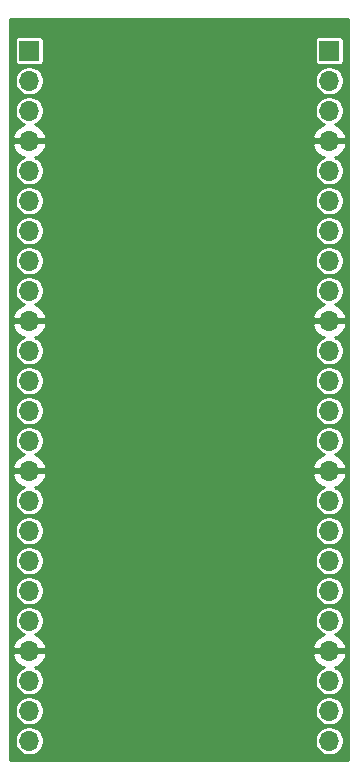
<source format=gbr>
G04 #@! TF.GenerationSoftware,KiCad,Pcbnew,(5.1.5)-3*
G04 #@! TF.CreationDate,2020-07-08T16:59:20-04:00*
G04 #@! TF.ProjectId,VFD Level Translator,56464420-4c65-4766-956c-205472616e73,rev?*
G04 #@! TF.SameCoordinates,Original*
G04 #@! TF.FileFunction,Copper,L2,Bot*
G04 #@! TF.FilePolarity,Positive*
%FSLAX46Y46*%
G04 Gerber Fmt 4.6, Leading zero omitted, Abs format (unit mm)*
G04 Created by KiCad (PCBNEW (5.1.5)-3) date 2020-07-08 16:59:20*
%MOMM*%
%LPD*%
G04 APERTURE LIST*
%ADD10O,1.700000X1.700000*%
%ADD11R,1.700000X1.700000*%
%ADD12C,0.508000*%
%ADD13C,0.254000*%
G04 APERTURE END LIST*
D10*
X144780000Y-96520000D03*
X144780000Y-93980000D03*
X144780000Y-91440000D03*
X144780000Y-88900000D03*
X144780000Y-86360000D03*
X144780000Y-83820000D03*
X144780000Y-81280000D03*
X144780000Y-78740000D03*
X144780000Y-76200000D03*
X144780000Y-73660000D03*
X144780000Y-71120000D03*
X144780000Y-68580000D03*
X144780000Y-66040000D03*
X144780000Y-63500000D03*
X144780000Y-60960000D03*
X144780000Y-58420000D03*
X144780000Y-55880000D03*
X144780000Y-53340000D03*
X144780000Y-50800000D03*
X144780000Y-48260000D03*
X144780000Y-45720000D03*
X144780000Y-43180000D03*
X144780000Y-40640000D03*
D11*
X144780000Y-38100000D03*
D10*
X119380000Y-96520000D03*
X119380000Y-93980000D03*
X119380000Y-91440000D03*
X119380000Y-88900000D03*
X119380000Y-86360000D03*
X119380000Y-83820000D03*
X119380000Y-81280000D03*
X119380000Y-78740000D03*
X119380000Y-76200000D03*
X119380000Y-73660000D03*
X119380000Y-71120000D03*
X119380000Y-68580000D03*
X119380000Y-66040000D03*
X119380000Y-63500000D03*
X119380000Y-60960000D03*
X119380000Y-58420000D03*
X119380000Y-55880000D03*
X119380000Y-53340000D03*
X119380000Y-50800000D03*
X119380000Y-48260000D03*
X119380000Y-45720000D03*
X119380000Y-43180000D03*
X119380000Y-40640000D03*
D11*
X119380000Y-38100000D03*
D12*
X129032000Y-56108600D03*
X130302000Y-53594000D03*
X132080000Y-56134000D03*
X135382000Y-56134000D03*
X133832600Y-53594000D03*
X135128000Y-36576000D03*
X133731000Y-38100000D03*
X135128000Y-39624000D03*
X132080000Y-75946000D03*
X128778000Y-75946000D03*
X130302000Y-78359000D03*
X133908800Y-78359000D03*
X135382000Y-75946000D03*
X134366000Y-61785500D03*
X129794000Y-70294500D03*
X129794000Y-67310000D03*
X134442210Y-70272489D03*
X134442200Y-67310000D03*
X134454900Y-64795400D03*
X129730500Y-61785500D03*
X129794000Y-64770000D03*
D13*
G36*
X146406001Y-98146000D02*
G01*
X117754000Y-98146000D01*
X117754000Y-96398757D01*
X118149000Y-96398757D01*
X118149000Y-96641243D01*
X118196307Y-96879069D01*
X118289102Y-97103097D01*
X118423820Y-97304717D01*
X118595283Y-97476180D01*
X118796903Y-97610898D01*
X119020931Y-97703693D01*
X119258757Y-97751000D01*
X119501243Y-97751000D01*
X119739069Y-97703693D01*
X119963097Y-97610898D01*
X120164717Y-97476180D01*
X120336180Y-97304717D01*
X120470898Y-97103097D01*
X120563693Y-96879069D01*
X120611000Y-96641243D01*
X120611000Y-96398757D01*
X143549000Y-96398757D01*
X143549000Y-96641243D01*
X143596307Y-96879069D01*
X143689102Y-97103097D01*
X143823820Y-97304717D01*
X143995283Y-97476180D01*
X144196903Y-97610898D01*
X144420931Y-97703693D01*
X144658757Y-97751000D01*
X144901243Y-97751000D01*
X145139069Y-97703693D01*
X145363097Y-97610898D01*
X145564717Y-97476180D01*
X145736180Y-97304717D01*
X145870898Y-97103097D01*
X145963693Y-96879069D01*
X146011000Y-96641243D01*
X146011000Y-96398757D01*
X145963693Y-96160931D01*
X145870898Y-95936903D01*
X145736180Y-95735283D01*
X145564717Y-95563820D01*
X145363097Y-95429102D01*
X145139069Y-95336307D01*
X144901243Y-95289000D01*
X144658757Y-95289000D01*
X144420931Y-95336307D01*
X144196903Y-95429102D01*
X143995283Y-95563820D01*
X143823820Y-95735283D01*
X143689102Y-95936903D01*
X143596307Y-96160931D01*
X143549000Y-96398757D01*
X120611000Y-96398757D01*
X120563693Y-96160931D01*
X120470898Y-95936903D01*
X120336180Y-95735283D01*
X120164717Y-95563820D01*
X119963097Y-95429102D01*
X119739069Y-95336307D01*
X119501243Y-95289000D01*
X119258757Y-95289000D01*
X119020931Y-95336307D01*
X118796903Y-95429102D01*
X118595283Y-95563820D01*
X118423820Y-95735283D01*
X118289102Y-95936903D01*
X118196307Y-96160931D01*
X118149000Y-96398757D01*
X117754000Y-96398757D01*
X117754000Y-93858757D01*
X118149000Y-93858757D01*
X118149000Y-94101243D01*
X118196307Y-94339069D01*
X118289102Y-94563097D01*
X118423820Y-94764717D01*
X118595283Y-94936180D01*
X118796903Y-95070898D01*
X119020931Y-95163693D01*
X119258757Y-95211000D01*
X119501243Y-95211000D01*
X119739069Y-95163693D01*
X119963097Y-95070898D01*
X120164717Y-94936180D01*
X120336180Y-94764717D01*
X120470898Y-94563097D01*
X120563693Y-94339069D01*
X120611000Y-94101243D01*
X120611000Y-93858757D01*
X143549000Y-93858757D01*
X143549000Y-94101243D01*
X143596307Y-94339069D01*
X143689102Y-94563097D01*
X143823820Y-94764717D01*
X143995283Y-94936180D01*
X144196903Y-95070898D01*
X144420931Y-95163693D01*
X144658757Y-95211000D01*
X144901243Y-95211000D01*
X145139069Y-95163693D01*
X145363097Y-95070898D01*
X145564717Y-94936180D01*
X145736180Y-94764717D01*
X145870898Y-94563097D01*
X145963693Y-94339069D01*
X146011000Y-94101243D01*
X146011000Y-93858757D01*
X145963693Y-93620931D01*
X145870898Y-93396903D01*
X145736180Y-93195283D01*
X145564717Y-93023820D01*
X145363097Y-92889102D01*
X145139069Y-92796307D01*
X144901243Y-92749000D01*
X144658757Y-92749000D01*
X144420931Y-92796307D01*
X144196903Y-92889102D01*
X143995283Y-93023820D01*
X143823820Y-93195283D01*
X143689102Y-93396903D01*
X143596307Y-93620931D01*
X143549000Y-93858757D01*
X120611000Y-93858757D01*
X120563693Y-93620931D01*
X120470898Y-93396903D01*
X120336180Y-93195283D01*
X120164717Y-93023820D01*
X119963097Y-92889102D01*
X119739069Y-92796307D01*
X119501243Y-92749000D01*
X119258757Y-92749000D01*
X119020931Y-92796307D01*
X118796903Y-92889102D01*
X118595283Y-93023820D01*
X118423820Y-93195283D01*
X118289102Y-93396903D01*
X118196307Y-93620931D01*
X118149000Y-93858757D01*
X117754000Y-93858757D01*
X117754000Y-89256890D01*
X117938524Y-89256890D01*
X117983175Y-89404099D01*
X118108359Y-89666920D01*
X118282412Y-89900269D01*
X118498645Y-90095178D01*
X118748748Y-90244157D01*
X118911168Y-90301772D01*
X118796903Y-90349102D01*
X118595283Y-90483820D01*
X118423820Y-90655283D01*
X118289102Y-90856903D01*
X118196307Y-91080931D01*
X118149000Y-91318757D01*
X118149000Y-91561243D01*
X118196307Y-91799069D01*
X118289102Y-92023097D01*
X118423820Y-92224717D01*
X118595283Y-92396180D01*
X118796903Y-92530898D01*
X119020931Y-92623693D01*
X119258757Y-92671000D01*
X119501243Y-92671000D01*
X119739069Y-92623693D01*
X119963097Y-92530898D01*
X120164717Y-92396180D01*
X120336180Y-92224717D01*
X120470898Y-92023097D01*
X120563693Y-91799069D01*
X120611000Y-91561243D01*
X120611000Y-91318757D01*
X120563693Y-91080931D01*
X120470898Y-90856903D01*
X120336180Y-90655283D01*
X120164717Y-90483820D01*
X119963097Y-90349102D01*
X119848832Y-90301772D01*
X120011252Y-90244157D01*
X120261355Y-90095178D01*
X120477588Y-89900269D01*
X120651641Y-89666920D01*
X120776825Y-89404099D01*
X120821476Y-89256890D01*
X143338524Y-89256890D01*
X143383175Y-89404099D01*
X143508359Y-89666920D01*
X143682412Y-89900269D01*
X143898645Y-90095178D01*
X144148748Y-90244157D01*
X144311168Y-90301772D01*
X144196903Y-90349102D01*
X143995283Y-90483820D01*
X143823820Y-90655283D01*
X143689102Y-90856903D01*
X143596307Y-91080931D01*
X143549000Y-91318757D01*
X143549000Y-91561243D01*
X143596307Y-91799069D01*
X143689102Y-92023097D01*
X143823820Y-92224717D01*
X143995283Y-92396180D01*
X144196903Y-92530898D01*
X144420931Y-92623693D01*
X144658757Y-92671000D01*
X144901243Y-92671000D01*
X145139069Y-92623693D01*
X145363097Y-92530898D01*
X145564717Y-92396180D01*
X145736180Y-92224717D01*
X145870898Y-92023097D01*
X145963693Y-91799069D01*
X146011000Y-91561243D01*
X146011000Y-91318757D01*
X145963693Y-91080931D01*
X145870898Y-90856903D01*
X145736180Y-90655283D01*
X145564717Y-90483820D01*
X145363097Y-90349102D01*
X145248832Y-90301772D01*
X145411252Y-90244157D01*
X145661355Y-90095178D01*
X145877588Y-89900269D01*
X146051641Y-89666920D01*
X146176825Y-89404099D01*
X146221476Y-89256890D01*
X146100155Y-89027000D01*
X144907000Y-89027000D01*
X144907000Y-89047000D01*
X144653000Y-89047000D01*
X144653000Y-89027000D01*
X143459845Y-89027000D01*
X143338524Y-89256890D01*
X120821476Y-89256890D01*
X120700155Y-89027000D01*
X119507000Y-89027000D01*
X119507000Y-89047000D01*
X119253000Y-89047000D01*
X119253000Y-89027000D01*
X118059845Y-89027000D01*
X117938524Y-89256890D01*
X117754000Y-89256890D01*
X117754000Y-88543110D01*
X117938524Y-88543110D01*
X118059845Y-88773000D01*
X119253000Y-88773000D01*
X119253000Y-88753000D01*
X119507000Y-88753000D01*
X119507000Y-88773000D01*
X120700155Y-88773000D01*
X120821476Y-88543110D01*
X143338524Y-88543110D01*
X143459845Y-88773000D01*
X144653000Y-88773000D01*
X144653000Y-88753000D01*
X144907000Y-88753000D01*
X144907000Y-88773000D01*
X146100155Y-88773000D01*
X146221476Y-88543110D01*
X146176825Y-88395901D01*
X146051641Y-88133080D01*
X145877588Y-87899731D01*
X145661355Y-87704822D01*
X145411252Y-87555843D01*
X145248832Y-87498228D01*
X145363097Y-87450898D01*
X145564717Y-87316180D01*
X145736180Y-87144717D01*
X145870898Y-86943097D01*
X145963693Y-86719069D01*
X146011000Y-86481243D01*
X146011000Y-86238757D01*
X145963693Y-86000931D01*
X145870898Y-85776903D01*
X145736180Y-85575283D01*
X145564717Y-85403820D01*
X145363097Y-85269102D01*
X145139069Y-85176307D01*
X144901243Y-85129000D01*
X144658757Y-85129000D01*
X144420931Y-85176307D01*
X144196903Y-85269102D01*
X143995283Y-85403820D01*
X143823820Y-85575283D01*
X143689102Y-85776903D01*
X143596307Y-86000931D01*
X143549000Y-86238757D01*
X143549000Y-86481243D01*
X143596307Y-86719069D01*
X143689102Y-86943097D01*
X143823820Y-87144717D01*
X143995283Y-87316180D01*
X144196903Y-87450898D01*
X144311168Y-87498228D01*
X144148748Y-87555843D01*
X143898645Y-87704822D01*
X143682412Y-87899731D01*
X143508359Y-88133080D01*
X143383175Y-88395901D01*
X143338524Y-88543110D01*
X120821476Y-88543110D01*
X120776825Y-88395901D01*
X120651641Y-88133080D01*
X120477588Y-87899731D01*
X120261355Y-87704822D01*
X120011252Y-87555843D01*
X119848832Y-87498228D01*
X119963097Y-87450898D01*
X120164717Y-87316180D01*
X120336180Y-87144717D01*
X120470898Y-86943097D01*
X120563693Y-86719069D01*
X120611000Y-86481243D01*
X120611000Y-86238757D01*
X120563693Y-86000931D01*
X120470898Y-85776903D01*
X120336180Y-85575283D01*
X120164717Y-85403820D01*
X119963097Y-85269102D01*
X119739069Y-85176307D01*
X119501243Y-85129000D01*
X119258757Y-85129000D01*
X119020931Y-85176307D01*
X118796903Y-85269102D01*
X118595283Y-85403820D01*
X118423820Y-85575283D01*
X118289102Y-85776903D01*
X118196307Y-86000931D01*
X118149000Y-86238757D01*
X118149000Y-86481243D01*
X118196307Y-86719069D01*
X118289102Y-86943097D01*
X118423820Y-87144717D01*
X118595283Y-87316180D01*
X118796903Y-87450898D01*
X118911168Y-87498228D01*
X118748748Y-87555843D01*
X118498645Y-87704822D01*
X118282412Y-87899731D01*
X118108359Y-88133080D01*
X117983175Y-88395901D01*
X117938524Y-88543110D01*
X117754000Y-88543110D01*
X117754000Y-83698757D01*
X118149000Y-83698757D01*
X118149000Y-83941243D01*
X118196307Y-84179069D01*
X118289102Y-84403097D01*
X118423820Y-84604717D01*
X118595283Y-84776180D01*
X118796903Y-84910898D01*
X119020931Y-85003693D01*
X119258757Y-85051000D01*
X119501243Y-85051000D01*
X119739069Y-85003693D01*
X119963097Y-84910898D01*
X120164717Y-84776180D01*
X120336180Y-84604717D01*
X120470898Y-84403097D01*
X120563693Y-84179069D01*
X120611000Y-83941243D01*
X120611000Y-83698757D01*
X143549000Y-83698757D01*
X143549000Y-83941243D01*
X143596307Y-84179069D01*
X143689102Y-84403097D01*
X143823820Y-84604717D01*
X143995283Y-84776180D01*
X144196903Y-84910898D01*
X144420931Y-85003693D01*
X144658757Y-85051000D01*
X144901243Y-85051000D01*
X145139069Y-85003693D01*
X145363097Y-84910898D01*
X145564717Y-84776180D01*
X145736180Y-84604717D01*
X145870898Y-84403097D01*
X145963693Y-84179069D01*
X146011000Y-83941243D01*
X146011000Y-83698757D01*
X145963693Y-83460931D01*
X145870898Y-83236903D01*
X145736180Y-83035283D01*
X145564717Y-82863820D01*
X145363097Y-82729102D01*
X145139069Y-82636307D01*
X144901243Y-82589000D01*
X144658757Y-82589000D01*
X144420931Y-82636307D01*
X144196903Y-82729102D01*
X143995283Y-82863820D01*
X143823820Y-83035283D01*
X143689102Y-83236903D01*
X143596307Y-83460931D01*
X143549000Y-83698757D01*
X120611000Y-83698757D01*
X120563693Y-83460931D01*
X120470898Y-83236903D01*
X120336180Y-83035283D01*
X120164717Y-82863820D01*
X119963097Y-82729102D01*
X119739069Y-82636307D01*
X119501243Y-82589000D01*
X119258757Y-82589000D01*
X119020931Y-82636307D01*
X118796903Y-82729102D01*
X118595283Y-82863820D01*
X118423820Y-83035283D01*
X118289102Y-83236903D01*
X118196307Y-83460931D01*
X118149000Y-83698757D01*
X117754000Y-83698757D01*
X117754000Y-81158757D01*
X118149000Y-81158757D01*
X118149000Y-81401243D01*
X118196307Y-81639069D01*
X118289102Y-81863097D01*
X118423820Y-82064717D01*
X118595283Y-82236180D01*
X118796903Y-82370898D01*
X119020931Y-82463693D01*
X119258757Y-82511000D01*
X119501243Y-82511000D01*
X119739069Y-82463693D01*
X119963097Y-82370898D01*
X120164717Y-82236180D01*
X120336180Y-82064717D01*
X120470898Y-81863097D01*
X120563693Y-81639069D01*
X120611000Y-81401243D01*
X120611000Y-81158757D01*
X143549000Y-81158757D01*
X143549000Y-81401243D01*
X143596307Y-81639069D01*
X143689102Y-81863097D01*
X143823820Y-82064717D01*
X143995283Y-82236180D01*
X144196903Y-82370898D01*
X144420931Y-82463693D01*
X144658757Y-82511000D01*
X144901243Y-82511000D01*
X145139069Y-82463693D01*
X145363097Y-82370898D01*
X145564717Y-82236180D01*
X145736180Y-82064717D01*
X145870898Y-81863097D01*
X145963693Y-81639069D01*
X146011000Y-81401243D01*
X146011000Y-81158757D01*
X145963693Y-80920931D01*
X145870898Y-80696903D01*
X145736180Y-80495283D01*
X145564717Y-80323820D01*
X145363097Y-80189102D01*
X145139069Y-80096307D01*
X144901243Y-80049000D01*
X144658757Y-80049000D01*
X144420931Y-80096307D01*
X144196903Y-80189102D01*
X143995283Y-80323820D01*
X143823820Y-80495283D01*
X143689102Y-80696903D01*
X143596307Y-80920931D01*
X143549000Y-81158757D01*
X120611000Y-81158757D01*
X120563693Y-80920931D01*
X120470898Y-80696903D01*
X120336180Y-80495283D01*
X120164717Y-80323820D01*
X119963097Y-80189102D01*
X119739069Y-80096307D01*
X119501243Y-80049000D01*
X119258757Y-80049000D01*
X119020931Y-80096307D01*
X118796903Y-80189102D01*
X118595283Y-80323820D01*
X118423820Y-80495283D01*
X118289102Y-80696903D01*
X118196307Y-80920931D01*
X118149000Y-81158757D01*
X117754000Y-81158757D01*
X117754000Y-78618757D01*
X118149000Y-78618757D01*
X118149000Y-78861243D01*
X118196307Y-79099069D01*
X118289102Y-79323097D01*
X118423820Y-79524717D01*
X118595283Y-79696180D01*
X118796903Y-79830898D01*
X119020931Y-79923693D01*
X119258757Y-79971000D01*
X119501243Y-79971000D01*
X119739069Y-79923693D01*
X119963097Y-79830898D01*
X120164717Y-79696180D01*
X120336180Y-79524717D01*
X120470898Y-79323097D01*
X120563693Y-79099069D01*
X120611000Y-78861243D01*
X120611000Y-78618757D01*
X143549000Y-78618757D01*
X143549000Y-78861243D01*
X143596307Y-79099069D01*
X143689102Y-79323097D01*
X143823820Y-79524717D01*
X143995283Y-79696180D01*
X144196903Y-79830898D01*
X144420931Y-79923693D01*
X144658757Y-79971000D01*
X144901243Y-79971000D01*
X145139069Y-79923693D01*
X145363097Y-79830898D01*
X145564717Y-79696180D01*
X145736180Y-79524717D01*
X145870898Y-79323097D01*
X145963693Y-79099069D01*
X146011000Y-78861243D01*
X146011000Y-78618757D01*
X145963693Y-78380931D01*
X145870898Y-78156903D01*
X145736180Y-77955283D01*
X145564717Y-77783820D01*
X145363097Y-77649102D01*
X145139069Y-77556307D01*
X144901243Y-77509000D01*
X144658757Y-77509000D01*
X144420931Y-77556307D01*
X144196903Y-77649102D01*
X143995283Y-77783820D01*
X143823820Y-77955283D01*
X143689102Y-78156903D01*
X143596307Y-78380931D01*
X143549000Y-78618757D01*
X120611000Y-78618757D01*
X120563693Y-78380931D01*
X120470898Y-78156903D01*
X120336180Y-77955283D01*
X120164717Y-77783820D01*
X119963097Y-77649102D01*
X119739069Y-77556307D01*
X119501243Y-77509000D01*
X119258757Y-77509000D01*
X119020931Y-77556307D01*
X118796903Y-77649102D01*
X118595283Y-77783820D01*
X118423820Y-77955283D01*
X118289102Y-78156903D01*
X118196307Y-78380931D01*
X118149000Y-78618757D01*
X117754000Y-78618757D01*
X117754000Y-74016890D01*
X117938524Y-74016890D01*
X117983175Y-74164099D01*
X118108359Y-74426920D01*
X118282412Y-74660269D01*
X118498645Y-74855178D01*
X118748748Y-75004157D01*
X118911168Y-75061772D01*
X118796903Y-75109102D01*
X118595283Y-75243820D01*
X118423820Y-75415283D01*
X118289102Y-75616903D01*
X118196307Y-75840931D01*
X118149000Y-76078757D01*
X118149000Y-76321243D01*
X118196307Y-76559069D01*
X118289102Y-76783097D01*
X118423820Y-76984717D01*
X118595283Y-77156180D01*
X118796903Y-77290898D01*
X119020931Y-77383693D01*
X119258757Y-77431000D01*
X119501243Y-77431000D01*
X119739069Y-77383693D01*
X119963097Y-77290898D01*
X120164717Y-77156180D01*
X120336180Y-76984717D01*
X120470898Y-76783097D01*
X120563693Y-76559069D01*
X120611000Y-76321243D01*
X120611000Y-76078757D01*
X120563693Y-75840931D01*
X120470898Y-75616903D01*
X120336180Y-75415283D01*
X120164717Y-75243820D01*
X119963097Y-75109102D01*
X119848832Y-75061772D01*
X120011252Y-75004157D01*
X120261355Y-74855178D01*
X120477588Y-74660269D01*
X120651641Y-74426920D01*
X120776825Y-74164099D01*
X120821476Y-74016890D01*
X143338524Y-74016890D01*
X143383175Y-74164099D01*
X143508359Y-74426920D01*
X143682412Y-74660269D01*
X143898645Y-74855178D01*
X144148748Y-75004157D01*
X144311168Y-75061772D01*
X144196903Y-75109102D01*
X143995283Y-75243820D01*
X143823820Y-75415283D01*
X143689102Y-75616903D01*
X143596307Y-75840931D01*
X143549000Y-76078757D01*
X143549000Y-76321243D01*
X143596307Y-76559069D01*
X143689102Y-76783097D01*
X143823820Y-76984717D01*
X143995283Y-77156180D01*
X144196903Y-77290898D01*
X144420931Y-77383693D01*
X144658757Y-77431000D01*
X144901243Y-77431000D01*
X145139069Y-77383693D01*
X145363097Y-77290898D01*
X145564717Y-77156180D01*
X145736180Y-76984717D01*
X145870898Y-76783097D01*
X145963693Y-76559069D01*
X146011000Y-76321243D01*
X146011000Y-76078757D01*
X145963693Y-75840931D01*
X145870898Y-75616903D01*
X145736180Y-75415283D01*
X145564717Y-75243820D01*
X145363097Y-75109102D01*
X145248832Y-75061772D01*
X145411252Y-75004157D01*
X145661355Y-74855178D01*
X145877588Y-74660269D01*
X146051641Y-74426920D01*
X146176825Y-74164099D01*
X146221476Y-74016890D01*
X146100155Y-73787000D01*
X144907000Y-73787000D01*
X144907000Y-73807000D01*
X144653000Y-73807000D01*
X144653000Y-73787000D01*
X143459845Y-73787000D01*
X143338524Y-74016890D01*
X120821476Y-74016890D01*
X120700155Y-73787000D01*
X119507000Y-73787000D01*
X119507000Y-73807000D01*
X119253000Y-73807000D01*
X119253000Y-73787000D01*
X118059845Y-73787000D01*
X117938524Y-74016890D01*
X117754000Y-74016890D01*
X117754000Y-73303110D01*
X117938524Y-73303110D01*
X118059845Y-73533000D01*
X119253000Y-73533000D01*
X119253000Y-73513000D01*
X119507000Y-73513000D01*
X119507000Y-73533000D01*
X120700155Y-73533000D01*
X120821476Y-73303110D01*
X143338524Y-73303110D01*
X143459845Y-73533000D01*
X144653000Y-73533000D01*
X144653000Y-73513000D01*
X144907000Y-73513000D01*
X144907000Y-73533000D01*
X146100155Y-73533000D01*
X146221476Y-73303110D01*
X146176825Y-73155901D01*
X146051641Y-72893080D01*
X145877588Y-72659731D01*
X145661355Y-72464822D01*
X145411252Y-72315843D01*
X145248832Y-72258228D01*
X145363097Y-72210898D01*
X145564717Y-72076180D01*
X145736180Y-71904717D01*
X145870898Y-71703097D01*
X145963693Y-71479069D01*
X146011000Y-71241243D01*
X146011000Y-70998757D01*
X145963693Y-70760931D01*
X145870898Y-70536903D01*
X145736180Y-70335283D01*
X145564717Y-70163820D01*
X145363097Y-70029102D01*
X145139069Y-69936307D01*
X144901243Y-69889000D01*
X144658757Y-69889000D01*
X144420931Y-69936307D01*
X144196903Y-70029102D01*
X143995283Y-70163820D01*
X143823820Y-70335283D01*
X143689102Y-70536903D01*
X143596307Y-70760931D01*
X143549000Y-70998757D01*
X143549000Y-71241243D01*
X143596307Y-71479069D01*
X143689102Y-71703097D01*
X143823820Y-71904717D01*
X143995283Y-72076180D01*
X144196903Y-72210898D01*
X144311168Y-72258228D01*
X144148748Y-72315843D01*
X143898645Y-72464822D01*
X143682412Y-72659731D01*
X143508359Y-72893080D01*
X143383175Y-73155901D01*
X143338524Y-73303110D01*
X120821476Y-73303110D01*
X120776825Y-73155901D01*
X120651641Y-72893080D01*
X120477588Y-72659731D01*
X120261355Y-72464822D01*
X120011252Y-72315843D01*
X119848832Y-72258228D01*
X119963097Y-72210898D01*
X120164717Y-72076180D01*
X120336180Y-71904717D01*
X120470898Y-71703097D01*
X120563693Y-71479069D01*
X120611000Y-71241243D01*
X120611000Y-70998757D01*
X120563693Y-70760931D01*
X120470898Y-70536903D01*
X120336180Y-70335283D01*
X120164717Y-70163820D01*
X119963097Y-70029102D01*
X119739069Y-69936307D01*
X119501243Y-69889000D01*
X119258757Y-69889000D01*
X119020931Y-69936307D01*
X118796903Y-70029102D01*
X118595283Y-70163820D01*
X118423820Y-70335283D01*
X118289102Y-70536903D01*
X118196307Y-70760931D01*
X118149000Y-70998757D01*
X118149000Y-71241243D01*
X118196307Y-71479069D01*
X118289102Y-71703097D01*
X118423820Y-71904717D01*
X118595283Y-72076180D01*
X118796903Y-72210898D01*
X118911168Y-72258228D01*
X118748748Y-72315843D01*
X118498645Y-72464822D01*
X118282412Y-72659731D01*
X118108359Y-72893080D01*
X117983175Y-73155901D01*
X117938524Y-73303110D01*
X117754000Y-73303110D01*
X117754000Y-68458757D01*
X118149000Y-68458757D01*
X118149000Y-68701243D01*
X118196307Y-68939069D01*
X118289102Y-69163097D01*
X118423820Y-69364717D01*
X118595283Y-69536180D01*
X118796903Y-69670898D01*
X119020931Y-69763693D01*
X119258757Y-69811000D01*
X119501243Y-69811000D01*
X119739069Y-69763693D01*
X119963097Y-69670898D01*
X120164717Y-69536180D01*
X120336180Y-69364717D01*
X120470898Y-69163097D01*
X120563693Y-68939069D01*
X120611000Y-68701243D01*
X120611000Y-68458757D01*
X143549000Y-68458757D01*
X143549000Y-68701243D01*
X143596307Y-68939069D01*
X143689102Y-69163097D01*
X143823820Y-69364717D01*
X143995283Y-69536180D01*
X144196903Y-69670898D01*
X144420931Y-69763693D01*
X144658757Y-69811000D01*
X144901243Y-69811000D01*
X145139069Y-69763693D01*
X145363097Y-69670898D01*
X145564717Y-69536180D01*
X145736180Y-69364717D01*
X145870898Y-69163097D01*
X145963693Y-68939069D01*
X146011000Y-68701243D01*
X146011000Y-68458757D01*
X145963693Y-68220931D01*
X145870898Y-67996903D01*
X145736180Y-67795283D01*
X145564717Y-67623820D01*
X145363097Y-67489102D01*
X145139069Y-67396307D01*
X144901243Y-67349000D01*
X144658757Y-67349000D01*
X144420931Y-67396307D01*
X144196903Y-67489102D01*
X143995283Y-67623820D01*
X143823820Y-67795283D01*
X143689102Y-67996903D01*
X143596307Y-68220931D01*
X143549000Y-68458757D01*
X120611000Y-68458757D01*
X120563693Y-68220931D01*
X120470898Y-67996903D01*
X120336180Y-67795283D01*
X120164717Y-67623820D01*
X119963097Y-67489102D01*
X119739069Y-67396307D01*
X119501243Y-67349000D01*
X119258757Y-67349000D01*
X119020931Y-67396307D01*
X118796903Y-67489102D01*
X118595283Y-67623820D01*
X118423820Y-67795283D01*
X118289102Y-67996903D01*
X118196307Y-68220931D01*
X118149000Y-68458757D01*
X117754000Y-68458757D01*
X117754000Y-65918757D01*
X118149000Y-65918757D01*
X118149000Y-66161243D01*
X118196307Y-66399069D01*
X118289102Y-66623097D01*
X118423820Y-66824717D01*
X118595283Y-66996180D01*
X118796903Y-67130898D01*
X119020931Y-67223693D01*
X119258757Y-67271000D01*
X119501243Y-67271000D01*
X119739069Y-67223693D01*
X119963097Y-67130898D01*
X120164717Y-66996180D01*
X120336180Y-66824717D01*
X120470898Y-66623097D01*
X120563693Y-66399069D01*
X120611000Y-66161243D01*
X120611000Y-65918757D01*
X143549000Y-65918757D01*
X143549000Y-66161243D01*
X143596307Y-66399069D01*
X143689102Y-66623097D01*
X143823820Y-66824717D01*
X143995283Y-66996180D01*
X144196903Y-67130898D01*
X144420931Y-67223693D01*
X144658757Y-67271000D01*
X144901243Y-67271000D01*
X145139069Y-67223693D01*
X145363097Y-67130898D01*
X145564717Y-66996180D01*
X145736180Y-66824717D01*
X145870898Y-66623097D01*
X145963693Y-66399069D01*
X146011000Y-66161243D01*
X146011000Y-65918757D01*
X145963693Y-65680931D01*
X145870898Y-65456903D01*
X145736180Y-65255283D01*
X145564717Y-65083820D01*
X145363097Y-64949102D01*
X145139069Y-64856307D01*
X144901243Y-64809000D01*
X144658757Y-64809000D01*
X144420931Y-64856307D01*
X144196903Y-64949102D01*
X143995283Y-65083820D01*
X143823820Y-65255283D01*
X143689102Y-65456903D01*
X143596307Y-65680931D01*
X143549000Y-65918757D01*
X120611000Y-65918757D01*
X120563693Y-65680931D01*
X120470898Y-65456903D01*
X120336180Y-65255283D01*
X120164717Y-65083820D01*
X119963097Y-64949102D01*
X119739069Y-64856307D01*
X119501243Y-64809000D01*
X119258757Y-64809000D01*
X119020931Y-64856307D01*
X118796903Y-64949102D01*
X118595283Y-65083820D01*
X118423820Y-65255283D01*
X118289102Y-65456903D01*
X118196307Y-65680931D01*
X118149000Y-65918757D01*
X117754000Y-65918757D01*
X117754000Y-61316890D01*
X117938524Y-61316890D01*
X117983175Y-61464099D01*
X118108359Y-61726920D01*
X118282412Y-61960269D01*
X118498645Y-62155178D01*
X118748748Y-62304157D01*
X118911168Y-62361772D01*
X118796903Y-62409102D01*
X118595283Y-62543820D01*
X118423820Y-62715283D01*
X118289102Y-62916903D01*
X118196307Y-63140931D01*
X118149000Y-63378757D01*
X118149000Y-63621243D01*
X118196307Y-63859069D01*
X118289102Y-64083097D01*
X118423820Y-64284717D01*
X118595283Y-64456180D01*
X118796903Y-64590898D01*
X119020931Y-64683693D01*
X119258757Y-64731000D01*
X119501243Y-64731000D01*
X119739069Y-64683693D01*
X119963097Y-64590898D01*
X120164717Y-64456180D01*
X120336180Y-64284717D01*
X120470898Y-64083097D01*
X120563693Y-63859069D01*
X120611000Y-63621243D01*
X120611000Y-63378757D01*
X120563693Y-63140931D01*
X120470898Y-62916903D01*
X120336180Y-62715283D01*
X120164717Y-62543820D01*
X119963097Y-62409102D01*
X119848832Y-62361772D01*
X120011252Y-62304157D01*
X120261355Y-62155178D01*
X120477588Y-61960269D01*
X120651641Y-61726920D01*
X120776825Y-61464099D01*
X120821476Y-61316890D01*
X143338524Y-61316890D01*
X143383175Y-61464099D01*
X143508359Y-61726920D01*
X143682412Y-61960269D01*
X143898645Y-62155178D01*
X144148748Y-62304157D01*
X144311168Y-62361772D01*
X144196903Y-62409102D01*
X143995283Y-62543820D01*
X143823820Y-62715283D01*
X143689102Y-62916903D01*
X143596307Y-63140931D01*
X143549000Y-63378757D01*
X143549000Y-63621243D01*
X143596307Y-63859069D01*
X143689102Y-64083097D01*
X143823820Y-64284717D01*
X143995283Y-64456180D01*
X144196903Y-64590898D01*
X144420931Y-64683693D01*
X144658757Y-64731000D01*
X144901243Y-64731000D01*
X145139069Y-64683693D01*
X145363097Y-64590898D01*
X145564717Y-64456180D01*
X145736180Y-64284717D01*
X145870898Y-64083097D01*
X145963693Y-63859069D01*
X146011000Y-63621243D01*
X146011000Y-63378757D01*
X145963693Y-63140931D01*
X145870898Y-62916903D01*
X145736180Y-62715283D01*
X145564717Y-62543820D01*
X145363097Y-62409102D01*
X145248832Y-62361772D01*
X145411252Y-62304157D01*
X145661355Y-62155178D01*
X145877588Y-61960269D01*
X146051641Y-61726920D01*
X146176825Y-61464099D01*
X146221476Y-61316890D01*
X146100155Y-61087000D01*
X144907000Y-61087000D01*
X144907000Y-61107000D01*
X144653000Y-61107000D01*
X144653000Y-61087000D01*
X143459845Y-61087000D01*
X143338524Y-61316890D01*
X120821476Y-61316890D01*
X120700155Y-61087000D01*
X119507000Y-61087000D01*
X119507000Y-61107000D01*
X119253000Y-61107000D01*
X119253000Y-61087000D01*
X118059845Y-61087000D01*
X117938524Y-61316890D01*
X117754000Y-61316890D01*
X117754000Y-60603110D01*
X117938524Y-60603110D01*
X118059845Y-60833000D01*
X119253000Y-60833000D01*
X119253000Y-60813000D01*
X119507000Y-60813000D01*
X119507000Y-60833000D01*
X120700155Y-60833000D01*
X120821476Y-60603110D01*
X143338524Y-60603110D01*
X143459845Y-60833000D01*
X144653000Y-60833000D01*
X144653000Y-60813000D01*
X144907000Y-60813000D01*
X144907000Y-60833000D01*
X146100155Y-60833000D01*
X146221476Y-60603110D01*
X146176825Y-60455901D01*
X146051641Y-60193080D01*
X145877588Y-59959731D01*
X145661355Y-59764822D01*
X145411252Y-59615843D01*
X145248832Y-59558228D01*
X145363097Y-59510898D01*
X145564717Y-59376180D01*
X145736180Y-59204717D01*
X145870898Y-59003097D01*
X145963693Y-58779069D01*
X146011000Y-58541243D01*
X146011000Y-58298757D01*
X145963693Y-58060931D01*
X145870898Y-57836903D01*
X145736180Y-57635283D01*
X145564717Y-57463820D01*
X145363097Y-57329102D01*
X145139069Y-57236307D01*
X144901243Y-57189000D01*
X144658757Y-57189000D01*
X144420931Y-57236307D01*
X144196903Y-57329102D01*
X143995283Y-57463820D01*
X143823820Y-57635283D01*
X143689102Y-57836903D01*
X143596307Y-58060931D01*
X143549000Y-58298757D01*
X143549000Y-58541243D01*
X143596307Y-58779069D01*
X143689102Y-59003097D01*
X143823820Y-59204717D01*
X143995283Y-59376180D01*
X144196903Y-59510898D01*
X144311168Y-59558228D01*
X144148748Y-59615843D01*
X143898645Y-59764822D01*
X143682412Y-59959731D01*
X143508359Y-60193080D01*
X143383175Y-60455901D01*
X143338524Y-60603110D01*
X120821476Y-60603110D01*
X120776825Y-60455901D01*
X120651641Y-60193080D01*
X120477588Y-59959731D01*
X120261355Y-59764822D01*
X120011252Y-59615843D01*
X119848832Y-59558228D01*
X119963097Y-59510898D01*
X120164717Y-59376180D01*
X120336180Y-59204717D01*
X120470898Y-59003097D01*
X120563693Y-58779069D01*
X120611000Y-58541243D01*
X120611000Y-58298757D01*
X120563693Y-58060931D01*
X120470898Y-57836903D01*
X120336180Y-57635283D01*
X120164717Y-57463820D01*
X119963097Y-57329102D01*
X119739069Y-57236307D01*
X119501243Y-57189000D01*
X119258757Y-57189000D01*
X119020931Y-57236307D01*
X118796903Y-57329102D01*
X118595283Y-57463820D01*
X118423820Y-57635283D01*
X118289102Y-57836903D01*
X118196307Y-58060931D01*
X118149000Y-58298757D01*
X118149000Y-58541243D01*
X118196307Y-58779069D01*
X118289102Y-59003097D01*
X118423820Y-59204717D01*
X118595283Y-59376180D01*
X118796903Y-59510898D01*
X118911168Y-59558228D01*
X118748748Y-59615843D01*
X118498645Y-59764822D01*
X118282412Y-59959731D01*
X118108359Y-60193080D01*
X117983175Y-60455901D01*
X117938524Y-60603110D01*
X117754000Y-60603110D01*
X117754000Y-55758757D01*
X118149000Y-55758757D01*
X118149000Y-56001243D01*
X118196307Y-56239069D01*
X118289102Y-56463097D01*
X118423820Y-56664717D01*
X118595283Y-56836180D01*
X118796903Y-56970898D01*
X119020931Y-57063693D01*
X119258757Y-57111000D01*
X119501243Y-57111000D01*
X119739069Y-57063693D01*
X119963097Y-56970898D01*
X120164717Y-56836180D01*
X120336180Y-56664717D01*
X120470898Y-56463097D01*
X120563693Y-56239069D01*
X120611000Y-56001243D01*
X120611000Y-55758757D01*
X143549000Y-55758757D01*
X143549000Y-56001243D01*
X143596307Y-56239069D01*
X143689102Y-56463097D01*
X143823820Y-56664717D01*
X143995283Y-56836180D01*
X144196903Y-56970898D01*
X144420931Y-57063693D01*
X144658757Y-57111000D01*
X144901243Y-57111000D01*
X145139069Y-57063693D01*
X145363097Y-56970898D01*
X145564717Y-56836180D01*
X145736180Y-56664717D01*
X145870898Y-56463097D01*
X145963693Y-56239069D01*
X146011000Y-56001243D01*
X146011000Y-55758757D01*
X145963693Y-55520931D01*
X145870898Y-55296903D01*
X145736180Y-55095283D01*
X145564717Y-54923820D01*
X145363097Y-54789102D01*
X145139069Y-54696307D01*
X144901243Y-54649000D01*
X144658757Y-54649000D01*
X144420931Y-54696307D01*
X144196903Y-54789102D01*
X143995283Y-54923820D01*
X143823820Y-55095283D01*
X143689102Y-55296903D01*
X143596307Y-55520931D01*
X143549000Y-55758757D01*
X120611000Y-55758757D01*
X120563693Y-55520931D01*
X120470898Y-55296903D01*
X120336180Y-55095283D01*
X120164717Y-54923820D01*
X119963097Y-54789102D01*
X119739069Y-54696307D01*
X119501243Y-54649000D01*
X119258757Y-54649000D01*
X119020931Y-54696307D01*
X118796903Y-54789102D01*
X118595283Y-54923820D01*
X118423820Y-55095283D01*
X118289102Y-55296903D01*
X118196307Y-55520931D01*
X118149000Y-55758757D01*
X117754000Y-55758757D01*
X117754000Y-53218757D01*
X118149000Y-53218757D01*
X118149000Y-53461243D01*
X118196307Y-53699069D01*
X118289102Y-53923097D01*
X118423820Y-54124717D01*
X118595283Y-54296180D01*
X118796903Y-54430898D01*
X119020931Y-54523693D01*
X119258757Y-54571000D01*
X119501243Y-54571000D01*
X119739069Y-54523693D01*
X119963097Y-54430898D01*
X120164717Y-54296180D01*
X120336180Y-54124717D01*
X120470898Y-53923097D01*
X120563693Y-53699069D01*
X120611000Y-53461243D01*
X120611000Y-53218757D01*
X143549000Y-53218757D01*
X143549000Y-53461243D01*
X143596307Y-53699069D01*
X143689102Y-53923097D01*
X143823820Y-54124717D01*
X143995283Y-54296180D01*
X144196903Y-54430898D01*
X144420931Y-54523693D01*
X144658757Y-54571000D01*
X144901243Y-54571000D01*
X145139069Y-54523693D01*
X145363097Y-54430898D01*
X145564717Y-54296180D01*
X145736180Y-54124717D01*
X145870898Y-53923097D01*
X145963693Y-53699069D01*
X146011000Y-53461243D01*
X146011000Y-53218757D01*
X145963693Y-52980931D01*
X145870898Y-52756903D01*
X145736180Y-52555283D01*
X145564717Y-52383820D01*
X145363097Y-52249102D01*
X145139069Y-52156307D01*
X144901243Y-52109000D01*
X144658757Y-52109000D01*
X144420931Y-52156307D01*
X144196903Y-52249102D01*
X143995283Y-52383820D01*
X143823820Y-52555283D01*
X143689102Y-52756903D01*
X143596307Y-52980931D01*
X143549000Y-53218757D01*
X120611000Y-53218757D01*
X120563693Y-52980931D01*
X120470898Y-52756903D01*
X120336180Y-52555283D01*
X120164717Y-52383820D01*
X119963097Y-52249102D01*
X119739069Y-52156307D01*
X119501243Y-52109000D01*
X119258757Y-52109000D01*
X119020931Y-52156307D01*
X118796903Y-52249102D01*
X118595283Y-52383820D01*
X118423820Y-52555283D01*
X118289102Y-52756903D01*
X118196307Y-52980931D01*
X118149000Y-53218757D01*
X117754000Y-53218757D01*
X117754000Y-50678757D01*
X118149000Y-50678757D01*
X118149000Y-50921243D01*
X118196307Y-51159069D01*
X118289102Y-51383097D01*
X118423820Y-51584717D01*
X118595283Y-51756180D01*
X118796903Y-51890898D01*
X119020931Y-51983693D01*
X119258757Y-52031000D01*
X119501243Y-52031000D01*
X119739069Y-51983693D01*
X119963097Y-51890898D01*
X120164717Y-51756180D01*
X120336180Y-51584717D01*
X120470898Y-51383097D01*
X120563693Y-51159069D01*
X120611000Y-50921243D01*
X120611000Y-50678757D01*
X143549000Y-50678757D01*
X143549000Y-50921243D01*
X143596307Y-51159069D01*
X143689102Y-51383097D01*
X143823820Y-51584717D01*
X143995283Y-51756180D01*
X144196903Y-51890898D01*
X144420931Y-51983693D01*
X144658757Y-52031000D01*
X144901243Y-52031000D01*
X145139069Y-51983693D01*
X145363097Y-51890898D01*
X145564717Y-51756180D01*
X145736180Y-51584717D01*
X145870898Y-51383097D01*
X145963693Y-51159069D01*
X146011000Y-50921243D01*
X146011000Y-50678757D01*
X145963693Y-50440931D01*
X145870898Y-50216903D01*
X145736180Y-50015283D01*
X145564717Y-49843820D01*
X145363097Y-49709102D01*
X145139069Y-49616307D01*
X144901243Y-49569000D01*
X144658757Y-49569000D01*
X144420931Y-49616307D01*
X144196903Y-49709102D01*
X143995283Y-49843820D01*
X143823820Y-50015283D01*
X143689102Y-50216903D01*
X143596307Y-50440931D01*
X143549000Y-50678757D01*
X120611000Y-50678757D01*
X120563693Y-50440931D01*
X120470898Y-50216903D01*
X120336180Y-50015283D01*
X120164717Y-49843820D01*
X119963097Y-49709102D01*
X119739069Y-49616307D01*
X119501243Y-49569000D01*
X119258757Y-49569000D01*
X119020931Y-49616307D01*
X118796903Y-49709102D01*
X118595283Y-49843820D01*
X118423820Y-50015283D01*
X118289102Y-50216903D01*
X118196307Y-50440931D01*
X118149000Y-50678757D01*
X117754000Y-50678757D01*
X117754000Y-46076890D01*
X117938524Y-46076890D01*
X117983175Y-46224099D01*
X118108359Y-46486920D01*
X118282412Y-46720269D01*
X118498645Y-46915178D01*
X118748748Y-47064157D01*
X118911168Y-47121772D01*
X118796903Y-47169102D01*
X118595283Y-47303820D01*
X118423820Y-47475283D01*
X118289102Y-47676903D01*
X118196307Y-47900931D01*
X118149000Y-48138757D01*
X118149000Y-48381243D01*
X118196307Y-48619069D01*
X118289102Y-48843097D01*
X118423820Y-49044717D01*
X118595283Y-49216180D01*
X118796903Y-49350898D01*
X119020931Y-49443693D01*
X119258757Y-49491000D01*
X119501243Y-49491000D01*
X119739069Y-49443693D01*
X119963097Y-49350898D01*
X120164717Y-49216180D01*
X120336180Y-49044717D01*
X120470898Y-48843097D01*
X120563693Y-48619069D01*
X120611000Y-48381243D01*
X120611000Y-48138757D01*
X120563693Y-47900931D01*
X120470898Y-47676903D01*
X120336180Y-47475283D01*
X120164717Y-47303820D01*
X119963097Y-47169102D01*
X119848832Y-47121772D01*
X120011252Y-47064157D01*
X120261355Y-46915178D01*
X120477588Y-46720269D01*
X120651641Y-46486920D01*
X120776825Y-46224099D01*
X120821476Y-46076890D01*
X143338524Y-46076890D01*
X143383175Y-46224099D01*
X143508359Y-46486920D01*
X143682412Y-46720269D01*
X143898645Y-46915178D01*
X144148748Y-47064157D01*
X144311168Y-47121772D01*
X144196903Y-47169102D01*
X143995283Y-47303820D01*
X143823820Y-47475283D01*
X143689102Y-47676903D01*
X143596307Y-47900931D01*
X143549000Y-48138757D01*
X143549000Y-48381243D01*
X143596307Y-48619069D01*
X143689102Y-48843097D01*
X143823820Y-49044717D01*
X143995283Y-49216180D01*
X144196903Y-49350898D01*
X144420931Y-49443693D01*
X144658757Y-49491000D01*
X144901243Y-49491000D01*
X145139069Y-49443693D01*
X145363097Y-49350898D01*
X145564717Y-49216180D01*
X145736180Y-49044717D01*
X145870898Y-48843097D01*
X145963693Y-48619069D01*
X146011000Y-48381243D01*
X146011000Y-48138757D01*
X145963693Y-47900931D01*
X145870898Y-47676903D01*
X145736180Y-47475283D01*
X145564717Y-47303820D01*
X145363097Y-47169102D01*
X145248832Y-47121772D01*
X145411252Y-47064157D01*
X145661355Y-46915178D01*
X145877588Y-46720269D01*
X146051641Y-46486920D01*
X146176825Y-46224099D01*
X146221476Y-46076890D01*
X146100155Y-45847000D01*
X144907000Y-45847000D01*
X144907000Y-45867000D01*
X144653000Y-45867000D01*
X144653000Y-45847000D01*
X143459845Y-45847000D01*
X143338524Y-46076890D01*
X120821476Y-46076890D01*
X120700155Y-45847000D01*
X119507000Y-45847000D01*
X119507000Y-45867000D01*
X119253000Y-45867000D01*
X119253000Y-45847000D01*
X118059845Y-45847000D01*
X117938524Y-46076890D01*
X117754000Y-46076890D01*
X117754000Y-45363110D01*
X117938524Y-45363110D01*
X118059845Y-45593000D01*
X119253000Y-45593000D01*
X119253000Y-45573000D01*
X119507000Y-45573000D01*
X119507000Y-45593000D01*
X120700155Y-45593000D01*
X120821476Y-45363110D01*
X143338524Y-45363110D01*
X143459845Y-45593000D01*
X144653000Y-45593000D01*
X144653000Y-45573000D01*
X144907000Y-45573000D01*
X144907000Y-45593000D01*
X146100155Y-45593000D01*
X146221476Y-45363110D01*
X146176825Y-45215901D01*
X146051641Y-44953080D01*
X145877588Y-44719731D01*
X145661355Y-44524822D01*
X145411252Y-44375843D01*
X145248832Y-44318228D01*
X145363097Y-44270898D01*
X145564717Y-44136180D01*
X145736180Y-43964717D01*
X145870898Y-43763097D01*
X145963693Y-43539069D01*
X146011000Y-43301243D01*
X146011000Y-43058757D01*
X145963693Y-42820931D01*
X145870898Y-42596903D01*
X145736180Y-42395283D01*
X145564717Y-42223820D01*
X145363097Y-42089102D01*
X145139069Y-41996307D01*
X144901243Y-41949000D01*
X144658757Y-41949000D01*
X144420931Y-41996307D01*
X144196903Y-42089102D01*
X143995283Y-42223820D01*
X143823820Y-42395283D01*
X143689102Y-42596903D01*
X143596307Y-42820931D01*
X143549000Y-43058757D01*
X143549000Y-43301243D01*
X143596307Y-43539069D01*
X143689102Y-43763097D01*
X143823820Y-43964717D01*
X143995283Y-44136180D01*
X144196903Y-44270898D01*
X144311168Y-44318228D01*
X144148748Y-44375843D01*
X143898645Y-44524822D01*
X143682412Y-44719731D01*
X143508359Y-44953080D01*
X143383175Y-45215901D01*
X143338524Y-45363110D01*
X120821476Y-45363110D01*
X120776825Y-45215901D01*
X120651641Y-44953080D01*
X120477588Y-44719731D01*
X120261355Y-44524822D01*
X120011252Y-44375843D01*
X119848832Y-44318228D01*
X119963097Y-44270898D01*
X120164717Y-44136180D01*
X120336180Y-43964717D01*
X120470898Y-43763097D01*
X120563693Y-43539069D01*
X120611000Y-43301243D01*
X120611000Y-43058757D01*
X120563693Y-42820931D01*
X120470898Y-42596903D01*
X120336180Y-42395283D01*
X120164717Y-42223820D01*
X119963097Y-42089102D01*
X119739069Y-41996307D01*
X119501243Y-41949000D01*
X119258757Y-41949000D01*
X119020931Y-41996307D01*
X118796903Y-42089102D01*
X118595283Y-42223820D01*
X118423820Y-42395283D01*
X118289102Y-42596903D01*
X118196307Y-42820931D01*
X118149000Y-43058757D01*
X118149000Y-43301243D01*
X118196307Y-43539069D01*
X118289102Y-43763097D01*
X118423820Y-43964717D01*
X118595283Y-44136180D01*
X118796903Y-44270898D01*
X118911168Y-44318228D01*
X118748748Y-44375843D01*
X118498645Y-44524822D01*
X118282412Y-44719731D01*
X118108359Y-44953080D01*
X117983175Y-45215901D01*
X117938524Y-45363110D01*
X117754000Y-45363110D01*
X117754000Y-40518757D01*
X118149000Y-40518757D01*
X118149000Y-40761243D01*
X118196307Y-40999069D01*
X118289102Y-41223097D01*
X118423820Y-41424717D01*
X118595283Y-41596180D01*
X118796903Y-41730898D01*
X119020931Y-41823693D01*
X119258757Y-41871000D01*
X119501243Y-41871000D01*
X119739069Y-41823693D01*
X119963097Y-41730898D01*
X120164717Y-41596180D01*
X120336180Y-41424717D01*
X120470898Y-41223097D01*
X120563693Y-40999069D01*
X120611000Y-40761243D01*
X120611000Y-40518757D01*
X143549000Y-40518757D01*
X143549000Y-40761243D01*
X143596307Y-40999069D01*
X143689102Y-41223097D01*
X143823820Y-41424717D01*
X143995283Y-41596180D01*
X144196903Y-41730898D01*
X144420931Y-41823693D01*
X144658757Y-41871000D01*
X144901243Y-41871000D01*
X145139069Y-41823693D01*
X145363097Y-41730898D01*
X145564717Y-41596180D01*
X145736180Y-41424717D01*
X145870898Y-41223097D01*
X145963693Y-40999069D01*
X146011000Y-40761243D01*
X146011000Y-40518757D01*
X145963693Y-40280931D01*
X145870898Y-40056903D01*
X145736180Y-39855283D01*
X145564717Y-39683820D01*
X145363097Y-39549102D01*
X145139069Y-39456307D01*
X144901243Y-39409000D01*
X144658757Y-39409000D01*
X144420931Y-39456307D01*
X144196903Y-39549102D01*
X143995283Y-39683820D01*
X143823820Y-39855283D01*
X143689102Y-40056903D01*
X143596307Y-40280931D01*
X143549000Y-40518757D01*
X120611000Y-40518757D01*
X120563693Y-40280931D01*
X120470898Y-40056903D01*
X120336180Y-39855283D01*
X120164717Y-39683820D01*
X119963097Y-39549102D01*
X119739069Y-39456307D01*
X119501243Y-39409000D01*
X119258757Y-39409000D01*
X119020931Y-39456307D01*
X118796903Y-39549102D01*
X118595283Y-39683820D01*
X118423820Y-39855283D01*
X118289102Y-40056903D01*
X118196307Y-40280931D01*
X118149000Y-40518757D01*
X117754000Y-40518757D01*
X117754000Y-37250000D01*
X118147157Y-37250000D01*
X118147157Y-38950000D01*
X118154513Y-39024689D01*
X118176299Y-39096508D01*
X118211678Y-39162696D01*
X118259289Y-39220711D01*
X118317304Y-39268322D01*
X118383492Y-39303701D01*
X118455311Y-39325487D01*
X118530000Y-39332843D01*
X120230000Y-39332843D01*
X120304689Y-39325487D01*
X120376508Y-39303701D01*
X120442696Y-39268322D01*
X120500711Y-39220711D01*
X120548322Y-39162696D01*
X120583701Y-39096508D01*
X120605487Y-39024689D01*
X120612843Y-38950000D01*
X120612843Y-37250000D01*
X143547157Y-37250000D01*
X143547157Y-38950000D01*
X143554513Y-39024689D01*
X143576299Y-39096508D01*
X143611678Y-39162696D01*
X143659289Y-39220711D01*
X143717304Y-39268322D01*
X143783492Y-39303701D01*
X143855311Y-39325487D01*
X143930000Y-39332843D01*
X145630000Y-39332843D01*
X145704689Y-39325487D01*
X145776508Y-39303701D01*
X145842696Y-39268322D01*
X145900711Y-39220711D01*
X145948322Y-39162696D01*
X145983701Y-39096508D01*
X146005487Y-39024689D01*
X146012843Y-38950000D01*
X146012843Y-37250000D01*
X146005487Y-37175311D01*
X145983701Y-37103492D01*
X145948322Y-37037304D01*
X145900711Y-36979289D01*
X145842696Y-36931678D01*
X145776508Y-36896299D01*
X145704689Y-36874513D01*
X145630000Y-36867157D01*
X143930000Y-36867157D01*
X143855311Y-36874513D01*
X143783492Y-36896299D01*
X143717304Y-36931678D01*
X143659289Y-36979289D01*
X143611678Y-37037304D01*
X143576299Y-37103492D01*
X143554513Y-37175311D01*
X143547157Y-37250000D01*
X120612843Y-37250000D01*
X120605487Y-37175311D01*
X120583701Y-37103492D01*
X120548322Y-37037304D01*
X120500711Y-36979289D01*
X120442696Y-36931678D01*
X120376508Y-36896299D01*
X120304689Y-36874513D01*
X120230000Y-36867157D01*
X118530000Y-36867157D01*
X118455311Y-36874513D01*
X118383492Y-36896299D01*
X118317304Y-36931678D01*
X118259289Y-36979289D01*
X118211678Y-37037304D01*
X118176299Y-37103492D01*
X118154513Y-37175311D01*
X118147157Y-37250000D01*
X117754000Y-37250000D01*
X117754000Y-35458000D01*
X146406000Y-35458000D01*
X146406001Y-98146000D01*
G37*
X146406001Y-98146000D02*
X117754000Y-98146000D01*
X117754000Y-96398757D01*
X118149000Y-96398757D01*
X118149000Y-96641243D01*
X118196307Y-96879069D01*
X118289102Y-97103097D01*
X118423820Y-97304717D01*
X118595283Y-97476180D01*
X118796903Y-97610898D01*
X119020931Y-97703693D01*
X119258757Y-97751000D01*
X119501243Y-97751000D01*
X119739069Y-97703693D01*
X119963097Y-97610898D01*
X120164717Y-97476180D01*
X120336180Y-97304717D01*
X120470898Y-97103097D01*
X120563693Y-96879069D01*
X120611000Y-96641243D01*
X120611000Y-96398757D01*
X143549000Y-96398757D01*
X143549000Y-96641243D01*
X143596307Y-96879069D01*
X143689102Y-97103097D01*
X143823820Y-97304717D01*
X143995283Y-97476180D01*
X144196903Y-97610898D01*
X144420931Y-97703693D01*
X144658757Y-97751000D01*
X144901243Y-97751000D01*
X145139069Y-97703693D01*
X145363097Y-97610898D01*
X145564717Y-97476180D01*
X145736180Y-97304717D01*
X145870898Y-97103097D01*
X145963693Y-96879069D01*
X146011000Y-96641243D01*
X146011000Y-96398757D01*
X145963693Y-96160931D01*
X145870898Y-95936903D01*
X145736180Y-95735283D01*
X145564717Y-95563820D01*
X145363097Y-95429102D01*
X145139069Y-95336307D01*
X144901243Y-95289000D01*
X144658757Y-95289000D01*
X144420931Y-95336307D01*
X144196903Y-95429102D01*
X143995283Y-95563820D01*
X143823820Y-95735283D01*
X143689102Y-95936903D01*
X143596307Y-96160931D01*
X143549000Y-96398757D01*
X120611000Y-96398757D01*
X120563693Y-96160931D01*
X120470898Y-95936903D01*
X120336180Y-95735283D01*
X120164717Y-95563820D01*
X119963097Y-95429102D01*
X119739069Y-95336307D01*
X119501243Y-95289000D01*
X119258757Y-95289000D01*
X119020931Y-95336307D01*
X118796903Y-95429102D01*
X118595283Y-95563820D01*
X118423820Y-95735283D01*
X118289102Y-95936903D01*
X118196307Y-96160931D01*
X118149000Y-96398757D01*
X117754000Y-96398757D01*
X117754000Y-93858757D01*
X118149000Y-93858757D01*
X118149000Y-94101243D01*
X118196307Y-94339069D01*
X118289102Y-94563097D01*
X118423820Y-94764717D01*
X118595283Y-94936180D01*
X118796903Y-95070898D01*
X119020931Y-95163693D01*
X119258757Y-95211000D01*
X119501243Y-95211000D01*
X119739069Y-95163693D01*
X119963097Y-95070898D01*
X120164717Y-94936180D01*
X120336180Y-94764717D01*
X120470898Y-94563097D01*
X120563693Y-94339069D01*
X120611000Y-94101243D01*
X120611000Y-93858757D01*
X143549000Y-93858757D01*
X143549000Y-94101243D01*
X143596307Y-94339069D01*
X143689102Y-94563097D01*
X143823820Y-94764717D01*
X143995283Y-94936180D01*
X144196903Y-95070898D01*
X144420931Y-95163693D01*
X144658757Y-95211000D01*
X144901243Y-95211000D01*
X145139069Y-95163693D01*
X145363097Y-95070898D01*
X145564717Y-94936180D01*
X145736180Y-94764717D01*
X145870898Y-94563097D01*
X145963693Y-94339069D01*
X146011000Y-94101243D01*
X146011000Y-93858757D01*
X145963693Y-93620931D01*
X145870898Y-93396903D01*
X145736180Y-93195283D01*
X145564717Y-93023820D01*
X145363097Y-92889102D01*
X145139069Y-92796307D01*
X144901243Y-92749000D01*
X144658757Y-92749000D01*
X144420931Y-92796307D01*
X144196903Y-92889102D01*
X143995283Y-93023820D01*
X143823820Y-93195283D01*
X143689102Y-93396903D01*
X143596307Y-93620931D01*
X143549000Y-93858757D01*
X120611000Y-93858757D01*
X120563693Y-93620931D01*
X120470898Y-93396903D01*
X120336180Y-93195283D01*
X120164717Y-93023820D01*
X119963097Y-92889102D01*
X119739069Y-92796307D01*
X119501243Y-92749000D01*
X119258757Y-92749000D01*
X119020931Y-92796307D01*
X118796903Y-92889102D01*
X118595283Y-93023820D01*
X118423820Y-93195283D01*
X118289102Y-93396903D01*
X118196307Y-93620931D01*
X118149000Y-93858757D01*
X117754000Y-93858757D01*
X117754000Y-89256890D01*
X117938524Y-89256890D01*
X117983175Y-89404099D01*
X118108359Y-89666920D01*
X118282412Y-89900269D01*
X118498645Y-90095178D01*
X118748748Y-90244157D01*
X118911168Y-90301772D01*
X118796903Y-90349102D01*
X118595283Y-90483820D01*
X118423820Y-90655283D01*
X118289102Y-90856903D01*
X118196307Y-91080931D01*
X118149000Y-91318757D01*
X118149000Y-91561243D01*
X118196307Y-91799069D01*
X118289102Y-92023097D01*
X118423820Y-92224717D01*
X118595283Y-92396180D01*
X118796903Y-92530898D01*
X119020931Y-92623693D01*
X119258757Y-92671000D01*
X119501243Y-92671000D01*
X119739069Y-92623693D01*
X119963097Y-92530898D01*
X120164717Y-92396180D01*
X120336180Y-92224717D01*
X120470898Y-92023097D01*
X120563693Y-91799069D01*
X120611000Y-91561243D01*
X120611000Y-91318757D01*
X120563693Y-91080931D01*
X120470898Y-90856903D01*
X120336180Y-90655283D01*
X120164717Y-90483820D01*
X119963097Y-90349102D01*
X119848832Y-90301772D01*
X120011252Y-90244157D01*
X120261355Y-90095178D01*
X120477588Y-89900269D01*
X120651641Y-89666920D01*
X120776825Y-89404099D01*
X120821476Y-89256890D01*
X143338524Y-89256890D01*
X143383175Y-89404099D01*
X143508359Y-89666920D01*
X143682412Y-89900269D01*
X143898645Y-90095178D01*
X144148748Y-90244157D01*
X144311168Y-90301772D01*
X144196903Y-90349102D01*
X143995283Y-90483820D01*
X143823820Y-90655283D01*
X143689102Y-90856903D01*
X143596307Y-91080931D01*
X143549000Y-91318757D01*
X143549000Y-91561243D01*
X143596307Y-91799069D01*
X143689102Y-92023097D01*
X143823820Y-92224717D01*
X143995283Y-92396180D01*
X144196903Y-92530898D01*
X144420931Y-92623693D01*
X144658757Y-92671000D01*
X144901243Y-92671000D01*
X145139069Y-92623693D01*
X145363097Y-92530898D01*
X145564717Y-92396180D01*
X145736180Y-92224717D01*
X145870898Y-92023097D01*
X145963693Y-91799069D01*
X146011000Y-91561243D01*
X146011000Y-91318757D01*
X145963693Y-91080931D01*
X145870898Y-90856903D01*
X145736180Y-90655283D01*
X145564717Y-90483820D01*
X145363097Y-90349102D01*
X145248832Y-90301772D01*
X145411252Y-90244157D01*
X145661355Y-90095178D01*
X145877588Y-89900269D01*
X146051641Y-89666920D01*
X146176825Y-89404099D01*
X146221476Y-89256890D01*
X146100155Y-89027000D01*
X144907000Y-89027000D01*
X144907000Y-89047000D01*
X144653000Y-89047000D01*
X144653000Y-89027000D01*
X143459845Y-89027000D01*
X143338524Y-89256890D01*
X120821476Y-89256890D01*
X120700155Y-89027000D01*
X119507000Y-89027000D01*
X119507000Y-89047000D01*
X119253000Y-89047000D01*
X119253000Y-89027000D01*
X118059845Y-89027000D01*
X117938524Y-89256890D01*
X117754000Y-89256890D01*
X117754000Y-88543110D01*
X117938524Y-88543110D01*
X118059845Y-88773000D01*
X119253000Y-88773000D01*
X119253000Y-88753000D01*
X119507000Y-88753000D01*
X119507000Y-88773000D01*
X120700155Y-88773000D01*
X120821476Y-88543110D01*
X143338524Y-88543110D01*
X143459845Y-88773000D01*
X144653000Y-88773000D01*
X144653000Y-88753000D01*
X144907000Y-88753000D01*
X144907000Y-88773000D01*
X146100155Y-88773000D01*
X146221476Y-88543110D01*
X146176825Y-88395901D01*
X146051641Y-88133080D01*
X145877588Y-87899731D01*
X145661355Y-87704822D01*
X145411252Y-87555843D01*
X145248832Y-87498228D01*
X145363097Y-87450898D01*
X145564717Y-87316180D01*
X145736180Y-87144717D01*
X145870898Y-86943097D01*
X145963693Y-86719069D01*
X146011000Y-86481243D01*
X146011000Y-86238757D01*
X145963693Y-86000931D01*
X145870898Y-85776903D01*
X145736180Y-85575283D01*
X145564717Y-85403820D01*
X145363097Y-85269102D01*
X145139069Y-85176307D01*
X144901243Y-85129000D01*
X144658757Y-85129000D01*
X144420931Y-85176307D01*
X144196903Y-85269102D01*
X143995283Y-85403820D01*
X143823820Y-85575283D01*
X143689102Y-85776903D01*
X143596307Y-86000931D01*
X143549000Y-86238757D01*
X143549000Y-86481243D01*
X143596307Y-86719069D01*
X143689102Y-86943097D01*
X143823820Y-87144717D01*
X143995283Y-87316180D01*
X144196903Y-87450898D01*
X144311168Y-87498228D01*
X144148748Y-87555843D01*
X143898645Y-87704822D01*
X143682412Y-87899731D01*
X143508359Y-88133080D01*
X143383175Y-88395901D01*
X143338524Y-88543110D01*
X120821476Y-88543110D01*
X120776825Y-88395901D01*
X120651641Y-88133080D01*
X120477588Y-87899731D01*
X120261355Y-87704822D01*
X120011252Y-87555843D01*
X119848832Y-87498228D01*
X119963097Y-87450898D01*
X120164717Y-87316180D01*
X120336180Y-87144717D01*
X120470898Y-86943097D01*
X120563693Y-86719069D01*
X120611000Y-86481243D01*
X120611000Y-86238757D01*
X120563693Y-86000931D01*
X120470898Y-85776903D01*
X120336180Y-85575283D01*
X120164717Y-85403820D01*
X119963097Y-85269102D01*
X119739069Y-85176307D01*
X119501243Y-85129000D01*
X119258757Y-85129000D01*
X119020931Y-85176307D01*
X118796903Y-85269102D01*
X118595283Y-85403820D01*
X118423820Y-85575283D01*
X118289102Y-85776903D01*
X118196307Y-86000931D01*
X118149000Y-86238757D01*
X118149000Y-86481243D01*
X118196307Y-86719069D01*
X118289102Y-86943097D01*
X118423820Y-87144717D01*
X118595283Y-87316180D01*
X118796903Y-87450898D01*
X118911168Y-87498228D01*
X118748748Y-87555843D01*
X118498645Y-87704822D01*
X118282412Y-87899731D01*
X118108359Y-88133080D01*
X117983175Y-88395901D01*
X117938524Y-88543110D01*
X117754000Y-88543110D01*
X117754000Y-83698757D01*
X118149000Y-83698757D01*
X118149000Y-83941243D01*
X118196307Y-84179069D01*
X118289102Y-84403097D01*
X118423820Y-84604717D01*
X118595283Y-84776180D01*
X118796903Y-84910898D01*
X119020931Y-85003693D01*
X119258757Y-85051000D01*
X119501243Y-85051000D01*
X119739069Y-85003693D01*
X119963097Y-84910898D01*
X120164717Y-84776180D01*
X120336180Y-84604717D01*
X120470898Y-84403097D01*
X120563693Y-84179069D01*
X120611000Y-83941243D01*
X120611000Y-83698757D01*
X143549000Y-83698757D01*
X143549000Y-83941243D01*
X143596307Y-84179069D01*
X143689102Y-84403097D01*
X143823820Y-84604717D01*
X143995283Y-84776180D01*
X144196903Y-84910898D01*
X144420931Y-85003693D01*
X144658757Y-85051000D01*
X144901243Y-85051000D01*
X145139069Y-85003693D01*
X145363097Y-84910898D01*
X145564717Y-84776180D01*
X145736180Y-84604717D01*
X145870898Y-84403097D01*
X145963693Y-84179069D01*
X146011000Y-83941243D01*
X146011000Y-83698757D01*
X145963693Y-83460931D01*
X145870898Y-83236903D01*
X145736180Y-83035283D01*
X145564717Y-82863820D01*
X145363097Y-82729102D01*
X145139069Y-82636307D01*
X144901243Y-82589000D01*
X144658757Y-82589000D01*
X144420931Y-82636307D01*
X144196903Y-82729102D01*
X143995283Y-82863820D01*
X143823820Y-83035283D01*
X143689102Y-83236903D01*
X143596307Y-83460931D01*
X143549000Y-83698757D01*
X120611000Y-83698757D01*
X120563693Y-83460931D01*
X120470898Y-83236903D01*
X120336180Y-83035283D01*
X120164717Y-82863820D01*
X119963097Y-82729102D01*
X119739069Y-82636307D01*
X119501243Y-82589000D01*
X119258757Y-82589000D01*
X119020931Y-82636307D01*
X118796903Y-82729102D01*
X118595283Y-82863820D01*
X118423820Y-83035283D01*
X118289102Y-83236903D01*
X118196307Y-83460931D01*
X118149000Y-83698757D01*
X117754000Y-83698757D01*
X117754000Y-81158757D01*
X118149000Y-81158757D01*
X118149000Y-81401243D01*
X118196307Y-81639069D01*
X118289102Y-81863097D01*
X118423820Y-82064717D01*
X118595283Y-82236180D01*
X118796903Y-82370898D01*
X119020931Y-82463693D01*
X119258757Y-82511000D01*
X119501243Y-82511000D01*
X119739069Y-82463693D01*
X119963097Y-82370898D01*
X120164717Y-82236180D01*
X120336180Y-82064717D01*
X120470898Y-81863097D01*
X120563693Y-81639069D01*
X120611000Y-81401243D01*
X120611000Y-81158757D01*
X143549000Y-81158757D01*
X143549000Y-81401243D01*
X143596307Y-81639069D01*
X143689102Y-81863097D01*
X143823820Y-82064717D01*
X143995283Y-82236180D01*
X144196903Y-82370898D01*
X144420931Y-82463693D01*
X144658757Y-82511000D01*
X144901243Y-82511000D01*
X145139069Y-82463693D01*
X145363097Y-82370898D01*
X145564717Y-82236180D01*
X145736180Y-82064717D01*
X145870898Y-81863097D01*
X145963693Y-81639069D01*
X146011000Y-81401243D01*
X146011000Y-81158757D01*
X145963693Y-80920931D01*
X145870898Y-80696903D01*
X145736180Y-80495283D01*
X145564717Y-80323820D01*
X145363097Y-80189102D01*
X145139069Y-80096307D01*
X144901243Y-80049000D01*
X144658757Y-80049000D01*
X144420931Y-80096307D01*
X144196903Y-80189102D01*
X143995283Y-80323820D01*
X143823820Y-80495283D01*
X143689102Y-80696903D01*
X143596307Y-80920931D01*
X143549000Y-81158757D01*
X120611000Y-81158757D01*
X120563693Y-80920931D01*
X120470898Y-80696903D01*
X120336180Y-80495283D01*
X120164717Y-80323820D01*
X119963097Y-80189102D01*
X119739069Y-80096307D01*
X119501243Y-80049000D01*
X119258757Y-80049000D01*
X119020931Y-80096307D01*
X118796903Y-80189102D01*
X118595283Y-80323820D01*
X118423820Y-80495283D01*
X118289102Y-80696903D01*
X118196307Y-80920931D01*
X118149000Y-81158757D01*
X117754000Y-81158757D01*
X117754000Y-78618757D01*
X118149000Y-78618757D01*
X118149000Y-78861243D01*
X118196307Y-79099069D01*
X118289102Y-79323097D01*
X118423820Y-79524717D01*
X118595283Y-79696180D01*
X118796903Y-79830898D01*
X119020931Y-79923693D01*
X119258757Y-79971000D01*
X119501243Y-79971000D01*
X119739069Y-79923693D01*
X119963097Y-79830898D01*
X120164717Y-79696180D01*
X120336180Y-79524717D01*
X120470898Y-79323097D01*
X120563693Y-79099069D01*
X120611000Y-78861243D01*
X120611000Y-78618757D01*
X143549000Y-78618757D01*
X143549000Y-78861243D01*
X143596307Y-79099069D01*
X143689102Y-79323097D01*
X143823820Y-79524717D01*
X143995283Y-79696180D01*
X144196903Y-79830898D01*
X144420931Y-79923693D01*
X144658757Y-79971000D01*
X144901243Y-79971000D01*
X145139069Y-79923693D01*
X145363097Y-79830898D01*
X145564717Y-79696180D01*
X145736180Y-79524717D01*
X145870898Y-79323097D01*
X145963693Y-79099069D01*
X146011000Y-78861243D01*
X146011000Y-78618757D01*
X145963693Y-78380931D01*
X145870898Y-78156903D01*
X145736180Y-77955283D01*
X145564717Y-77783820D01*
X145363097Y-77649102D01*
X145139069Y-77556307D01*
X144901243Y-77509000D01*
X144658757Y-77509000D01*
X144420931Y-77556307D01*
X144196903Y-77649102D01*
X143995283Y-77783820D01*
X143823820Y-77955283D01*
X143689102Y-78156903D01*
X143596307Y-78380931D01*
X143549000Y-78618757D01*
X120611000Y-78618757D01*
X120563693Y-78380931D01*
X120470898Y-78156903D01*
X120336180Y-77955283D01*
X120164717Y-77783820D01*
X119963097Y-77649102D01*
X119739069Y-77556307D01*
X119501243Y-77509000D01*
X119258757Y-77509000D01*
X119020931Y-77556307D01*
X118796903Y-77649102D01*
X118595283Y-77783820D01*
X118423820Y-77955283D01*
X118289102Y-78156903D01*
X118196307Y-78380931D01*
X118149000Y-78618757D01*
X117754000Y-78618757D01*
X117754000Y-74016890D01*
X117938524Y-74016890D01*
X117983175Y-74164099D01*
X118108359Y-74426920D01*
X118282412Y-74660269D01*
X118498645Y-74855178D01*
X118748748Y-75004157D01*
X118911168Y-75061772D01*
X118796903Y-75109102D01*
X118595283Y-75243820D01*
X118423820Y-75415283D01*
X118289102Y-75616903D01*
X118196307Y-75840931D01*
X118149000Y-76078757D01*
X118149000Y-76321243D01*
X118196307Y-76559069D01*
X118289102Y-76783097D01*
X118423820Y-76984717D01*
X118595283Y-77156180D01*
X118796903Y-77290898D01*
X119020931Y-77383693D01*
X119258757Y-77431000D01*
X119501243Y-77431000D01*
X119739069Y-77383693D01*
X119963097Y-77290898D01*
X120164717Y-77156180D01*
X120336180Y-76984717D01*
X120470898Y-76783097D01*
X120563693Y-76559069D01*
X120611000Y-76321243D01*
X120611000Y-76078757D01*
X120563693Y-75840931D01*
X120470898Y-75616903D01*
X120336180Y-75415283D01*
X120164717Y-75243820D01*
X119963097Y-75109102D01*
X119848832Y-75061772D01*
X120011252Y-75004157D01*
X120261355Y-74855178D01*
X120477588Y-74660269D01*
X120651641Y-74426920D01*
X120776825Y-74164099D01*
X120821476Y-74016890D01*
X143338524Y-74016890D01*
X143383175Y-74164099D01*
X143508359Y-74426920D01*
X143682412Y-74660269D01*
X143898645Y-74855178D01*
X144148748Y-75004157D01*
X144311168Y-75061772D01*
X144196903Y-75109102D01*
X143995283Y-75243820D01*
X143823820Y-75415283D01*
X143689102Y-75616903D01*
X143596307Y-75840931D01*
X143549000Y-76078757D01*
X143549000Y-76321243D01*
X143596307Y-76559069D01*
X143689102Y-76783097D01*
X143823820Y-76984717D01*
X143995283Y-77156180D01*
X144196903Y-77290898D01*
X144420931Y-77383693D01*
X144658757Y-77431000D01*
X144901243Y-77431000D01*
X145139069Y-77383693D01*
X145363097Y-77290898D01*
X145564717Y-77156180D01*
X145736180Y-76984717D01*
X145870898Y-76783097D01*
X145963693Y-76559069D01*
X146011000Y-76321243D01*
X146011000Y-76078757D01*
X145963693Y-75840931D01*
X145870898Y-75616903D01*
X145736180Y-75415283D01*
X145564717Y-75243820D01*
X145363097Y-75109102D01*
X145248832Y-75061772D01*
X145411252Y-75004157D01*
X145661355Y-74855178D01*
X145877588Y-74660269D01*
X146051641Y-74426920D01*
X146176825Y-74164099D01*
X146221476Y-74016890D01*
X146100155Y-73787000D01*
X144907000Y-73787000D01*
X144907000Y-73807000D01*
X144653000Y-73807000D01*
X144653000Y-73787000D01*
X143459845Y-73787000D01*
X143338524Y-74016890D01*
X120821476Y-74016890D01*
X120700155Y-73787000D01*
X119507000Y-73787000D01*
X119507000Y-73807000D01*
X119253000Y-73807000D01*
X119253000Y-73787000D01*
X118059845Y-73787000D01*
X117938524Y-74016890D01*
X117754000Y-74016890D01*
X117754000Y-73303110D01*
X117938524Y-73303110D01*
X118059845Y-73533000D01*
X119253000Y-73533000D01*
X119253000Y-73513000D01*
X119507000Y-73513000D01*
X119507000Y-73533000D01*
X120700155Y-73533000D01*
X120821476Y-73303110D01*
X143338524Y-73303110D01*
X143459845Y-73533000D01*
X144653000Y-73533000D01*
X144653000Y-73513000D01*
X144907000Y-73513000D01*
X144907000Y-73533000D01*
X146100155Y-73533000D01*
X146221476Y-73303110D01*
X146176825Y-73155901D01*
X146051641Y-72893080D01*
X145877588Y-72659731D01*
X145661355Y-72464822D01*
X145411252Y-72315843D01*
X145248832Y-72258228D01*
X145363097Y-72210898D01*
X145564717Y-72076180D01*
X145736180Y-71904717D01*
X145870898Y-71703097D01*
X145963693Y-71479069D01*
X146011000Y-71241243D01*
X146011000Y-70998757D01*
X145963693Y-70760931D01*
X145870898Y-70536903D01*
X145736180Y-70335283D01*
X145564717Y-70163820D01*
X145363097Y-70029102D01*
X145139069Y-69936307D01*
X144901243Y-69889000D01*
X144658757Y-69889000D01*
X144420931Y-69936307D01*
X144196903Y-70029102D01*
X143995283Y-70163820D01*
X143823820Y-70335283D01*
X143689102Y-70536903D01*
X143596307Y-70760931D01*
X143549000Y-70998757D01*
X143549000Y-71241243D01*
X143596307Y-71479069D01*
X143689102Y-71703097D01*
X143823820Y-71904717D01*
X143995283Y-72076180D01*
X144196903Y-72210898D01*
X144311168Y-72258228D01*
X144148748Y-72315843D01*
X143898645Y-72464822D01*
X143682412Y-72659731D01*
X143508359Y-72893080D01*
X143383175Y-73155901D01*
X143338524Y-73303110D01*
X120821476Y-73303110D01*
X120776825Y-73155901D01*
X120651641Y-72893080D01*
X120477588Y-72659731D01*
X120261355Y-72464822D01*
X120011252Y-72315843D01*
X119848832Y-72258228D01*
X119963097Y-72210898D01*
X120164717Y-72076180D01*
X120336180Y-71904717D01*
X120470898Y-71703097D01*
X120563693Y-71479069D01*
X120611000Y-71241243D01*
X120611000Y-70998757D01*
X120563693Y-70760931D01*
X120470898Y-70536903D01*
X120336180Y-70335283D01*
X120164717Y-70163820D01*
X119963097Y-70029102D01*
X119739069Y-69936307D01*
X119501243Y-69889000D01*
X119258757Y-69889000D01*
X119020931Y-69936307D01*
X118796903Y-70029102D01*
X118595283Y-70163820D01*
X118423820Y-70335283D01*
X118289102Y-70536903D01*
X118196307Y-70760931D01*
X118149000Y-70998757D01*
X118149000Y-71241243D01*
X118196307Y-71479069D01*
X118289102Y-71703097D01*
X118423820Y-71904717D01*
X118595283Y-72076180D01*
X118796903Y-72210898D01*
X118911168Y-72258228D01*
X118748748Y-72315843D01*
X118498645Y-72464822D01*
X118282412Y-72659731D01*
X118108359Y-72893080D01*
X117983175Y-73155901D01*
X117938524Y-73303110D01*
X117754000Y-73303110D01*
X117754000Y-68458757D01*
X118149000Y-68458757D01*
X118149000Y-68701243D01*
X118196307Y-68939069D01*
X118289102Y-69163097D01*
X118423820Y-69364717D01*
X118595283Y-69536180D01*
X118796903Y-69670898D01*
X119020931Y-69763693D01*
X119258757Y-69811000D01*
X119501243Y-69811000D01*
X119739069Y-69763693D01*
X119963097Y-69670898D01*
X120164717Y-69536180D01*
X120336180Y-69364717D01*
X120470898Y-69163097D01*
X120563693Y-68939069D01*
X120611000Y-68701243D01*
X120611000Y-68458757D01*
X143549000Y-68458757D01*
X143549000Y-68701243D01*
X143596307Y-68939069D01*
X143689102Y-69163097D01*
X143823820Y-69364717D01*
X143995283Y-69536180D01*
X144196903Y-69670898D01*
X144420931Y-69763693D01*
X144658757Y-69811000D01*
X144901243Y-69811000D01*
X145139069Y-69763693D01*
X145363097Y-69670898D01*
X145564717Y-69536180D01*
X145736180Y-69364717D01*
X145870898Y-69163097D01*
X145963693Y-68939069D01*
X146011000Y-68701243D01*
X146011000Y-68458757D01*
X145963693Y-68220931D01*
X145870898Y-67996903D01*
X145736180Y-67795283D01*
X145564717Y-67623820D01*
X145363097Y-67489102D01*
X145139069Y-67396307D01*
X144901243Y-67349000D01*
X144658757Y-67349000D01*
X144420931Y-67396307D01*
X144196903Y-67489102D01*
X143995283Y-67623820D01*
X143823820Y-67795283D01*
X143689102Y-67996903D01*
X143596307Y-68220931D01*
X143549000Y-68458757D01*
X120611000Y-68458757D01*
X120563693Y-68220931D01*
X120470898Y-67996903D01*
X120336180Y-67795283D01*
X120164717Y-67623820D01*
X119963097Y-67489102D01*
X119739069Y-67396307D01*
X119501243Y-67349000D01*
X119258757Y-67349000D01*
X119020931Y-67396307D01*
X118796903Y-67489102D01*
X118595283Y-67623820D01*
X118423820Y-67795283D01*
X118289102Y-67996903D01*
X118196307Y-68220931D01*
X118149000Y-68458757D01*
X117754000Y-68458757D01*
X117754000Y-65918757D01*
X118149000Y-65918757D01*
X118149000Y-66161243D01*
X118196307Y-66399069D01*
X118289102Y-66623097D01*
X118423820Y-66824717D01*
X118595283Y-66996180D01*
X118796903Y-67130898D01*
X119020931Y-67223693D01*
X119258757Y-67271000D01*
X119501243Y-67271000D01*
X119739069Y-67223693D01*
X119963097Y-67130898D01*
X120164717Y-66996180D01*
X120336180Y-66824717D01*
X120470898Y-66623097D01*
X120563693Y-66399069D01*
X120611000Y-66161243D01*
X120611000Y-65918757D01*
X143549000Y-65918757D01*
X143549000Y-66161243D01*
X143596307Y-66399069D01*
X143689102Y-66623097D01*
X143823820Y-66824717D01*
X143995283Y-66996180D01*
X144196903Y-67130898D01*
X144420931Y-67223693D01*
X144658757Y-67271000D01*
X144901243Y-67271000D01*
X145139069Y-67223693D01*
X145363097Y-67130898D01*
X145564717Y-66996180D01*
X145736180Y-66824717D01*
X145870898Y-66623097D01*
X145963693Y-66399069D01*
X146011000Y-66161243D01*
X146011000Y-65918757D01*
X145963693Y-65680931D01*
X145870898Y-65456903D01*
X145736180Y-65255283D01*
X145564717Y-65083820D01*
X145363097Y-64949102D01*
X145139069Y-64856307D01*
X144901243Y-64809000D01*
X144658757Y-64809000D01*
X144420931Y-64856307D01*
X144196903Y-64949102D01*
X143995283Y-65083820D01*
X143823820Y-65255283D01*
X143689102Y-65456903D01*
X143596307Y-65680931D01*
X143549000Y-65918757D01*
X120611000Y-65918757D01*
X120563693Y-65680931D01*
X120470898Y-65456903D01*
X120336180Y-65255283D01*
X120164717Y-65083820D01*
X119963097Y-64949102D01*
X119739069Y-64856307D01*
X119501243Y-64809000D01*
X119258757Y-64809000D01*
X119020931Y-64856307D01*
X118796903Y-64949102D01*
X118595283Y-65083820D01*
X118423820Y-65255283D01*
X118289102Y-65456903D01*
X118196307Y-65680931D01*
X118149000Y-65918757D01*
X117754000Y-65918757D01*
X117754000Y-61316890D01*
X117938524Y-61316890D01*
X117983175Y-61464099D01*
X118108359Y-61726920D01*
X118282412Y-61960269D01*
X118498645Y-62155178D01*
X118748748Y-62304157D01*
X118911168Y-62361772D01*
X118796903Y-62409102D01*
X118595283Y-62543820D01*
X118423820Y-62715283D01*
X118289102Y-62916903D01*
X118196307Y-63140931D01*
X118149000Y-63378757D01*
X118149000Y-63621243D01*
X118196307Y-63859069D01*
X118289102Y-64083097D01*
X118423820Y-64284717D01*
X118595283Y-64456180D01*
X118796903Y-64590898D01*
X119020931Y-64683693D01*
X119258757Y-64731000D01*
X119501243Y-64731000D01*
X119739069Y-64683693D01*
X119963097Y-64590898D01*
X120164717Y-64456180D01*
X120336180Y-64284717D01*
X120470898Y-64083097D01*
X120563693Y-63859069D01*
X120611000Y-63621243D01*
X120611000Y-63378757D01*
X120563693Y-63140931D01*
X120470898Y-62916903D01*
X120336180Y-62715283D01*
X120164717Y-62543820D01*
X119963097Y-62409102D01*
X119848832Y-62361772D01*
X120011252Y-62304157D01*
X120261355Y-62155178D01*
X120477588Y-61960269D01*
X120651641Y-61726920D01*
X120776825Y-61464099D01*
X120821476Y-61316890D01*
X143338524Y-61316890D01*
X143383175Y-61464099D01*
X143508359Y-61726920D01*
X143682412Y-61960269D01*
X143898645Y-62155178D01*
X144148748Y-62304157D01*
X144311168Y-62361772D01*
X144196903Y-62409102D01*
X143995283Y-62543820D01*
X143823820Y-62715283D01*
X143689102Y-62916903D01*
X143596307Y-63140931D01*
X143549000Y-63378757D01*
X143549000Y-63621243D01*
X143596307Y-63859069D01*
X143689102Y-64083097D01*
X143823820Y-64284717D01*
X143995283Y-64456180D01*
X144196903Y-64590898D01*
X144420931Y-64683693D01*
X144658757Y-64731000D01*
X144901243Y-64731000D01*
X145139069Y-64683693D01*
X145363097Y-64590898D01*
X145564717Y-64456180D01*
X145736180Y-64284717D01*
X145870898Y-64083097D01*
X145963693Y-63859069D01*
X146011000Y-63621243D01*
X146011000Y-63378757D01*
X145963693Y-63140931D01*
X145870898Y-62916903D01*
X145736180Y-62715283D01*
X145564717Y-62543820D01*
X145363097Y-62409102D01*
X145248832Y-62361772D01*
X145411252Y-62304157D01*
X145661355Y-62155178D01*
X145877588Y-61960269D01*
X146051641Y-61726920D01*
X146176825Y-61464099D01*
X146221476Y-61316890D01*
X146100155Y-61087000D01*
X144907000Y-61087000D01*
X144907000Y-61107000D01*
X144653000Y-61107000D01*
X144653000Y-61087000D01*
X143459845Y-61087000D01*
X143338524Y-61316890D01*
X120821476Y-61316890D01*
X120700155Y-61087000D01*
X119507000Y-61087000D01*
X119507000Y-61107000D01*
X119253000Y-61107000D01*
X119253000Y-61087000D01*
X118059845Y-61087000D01*
X117938524Y-61316890D01*
X117754000Y-61316890D01*
X117754000Y-60603110D01*
X117938524Y-60603110D01*
X118059845Y-60833000D01*
X119253000Y-60833000D01*
X119253000Y-60813000D01*
X119507000Y-60813000D01*
X119507000Y-60833000D01*
X120700155Y-60833000D01*
X120821476Y-60603110D01*
X143338524Y-60603110D01*
X143459845Y-60833000D01*
X144653000Y-60833000D01*
X144653000Y-60813000D01*
X144907000Y-60813000D01*
X144907000Y-60833000D01*
X146100155Y-60833000D01*
X146221476Y-60603110D01*
X146176825Y-60455901D01*
X146051641Y-60193080D01*
X145877588Y-59959731D01*
X145661355Y-59764822D01*
X145411252Y-59615843D01*
X145248832Y-59558228D01*
X145363097Y-59510898D01*
X145564717Y-59376180D01*
X145736180Y-59204717D01*
X145870898Y-59003097D01*
X145963693Y-58779069D01*
X146011000Y-58541243D01*
X146011000Y-58298757D01*
X145963693Y-58060931D01*
X145870898Y-57836903D01*
X145736180Y-57635283D01*
X145564717Y-57463820D01*
X145363097Y-57329102D01*
X145139069Y-57236307D01*
X144901243Y-57189000D01*
X144658757Y-57189000D01*
X144420931Y-57236307D01*
X144196903Y-57329102D01*
X143995283Y-57463820D01*
X143823820Y-57635283D01*
X143689102Y-57836903D01*
X143596307Y-58060931D01*
X143549000Y-58298757D01*
X143549000Y-58541243D01*
X143596307Y-58779069D01*
X143689102Y-59003097D01*
X143823820Y-59204717D01*
X143995283Y-59376180D01*
X144196903Y-59510898D01*
X144311168Y-59558228D01*
X144148748Y-59615843D01*
X143898645Y-59764822D01*
X143682412Y-59959731D01*
X143508359Y-60193080D01*
X143383175Y-60455901D01*
X143338524Y-60603110D01*
X120821476Y-60603110D01*
X120776825Y-60455901D01*
X120651641Y-60193080D01*
X120477588Y-59959731D01*
X120261355Y-59764822D01*
X120011252Y-59615843D01*
X119848832Y-59558228D01*
X119963097Y-59510898D01*
X120164717Y-59376180D01*
X120336180Y-59204717D01*
X120470898Y-59003097D01*
X120563693Y-58779069D01*
X120611000Y-58541243D01*
X120611000Y-58298757D01*
X120563693Y-58060931D01*
X120470898Y-57836903D01*
X120336180Y-57635283D01*
X120164717Y-57463820D01*
X119963097Y-57329102D01*
X119739069Y-57236307D01*
X119501243Y-57189000D01*
X119258757Y-57189000D01*
X119020931Y-57236307D01*
X118796903Y-57329102D01*
X118595283Y-57463820D01*
X118423820Y-57635283D01*
X118289102Y-57836903D01*
X118196307Y-58060931D01*
X118149000Y-58298757D01*
X118149000Y-58541243D01*
X118196307Y-58779069D01*
X118289102Y-59003097D01*
X118423820Y-59204717D01*
X118595283Y-59376180D01*
X118796903Y-59510898D01*
X118911168Y-59558228D01*
X118748748Y-59615843D01*
X118498645Y-59764822D01*
X118282412Y-59959731D01*
X118108359Y-60193080D01*
X117983175Y-60455901D01*
X117938524Y-60603110D01*
X117754000Y-60603110D01*
X117754000Y-55758757D01*
X118149000Y-55758757D01*
X118149000Y-56001243D01*
X118196307Y-56239069D01*
X118289102Y-56463097D01*
X118423820Y-56664717D01*
X118595283Y-56836180D01*
X118796903Y-56970898D01*
X119020931Y-57063693D01*
X119258757Y-57111000D01*
X119501243Y-57111000D01*
X119739069Y-57063693D01*
X119963097Y-56970898D01*
X120164717Y-56836180D01*
X120336180Y-56664717D01*
X120470898Y-56463097D01*
X120563693Y-56239069D01*
X120611000Y-56001243D01*
X120611000Y-55758757D01*
X143549000Y-55758757D01*
X143549000Y-56001243D01*
X143596307Y-56239069D01*
X143689102Y-56463097D01*
X143823820Y-56664717D01*
X143995283Y-56836180D01*
X144196903Y-56970898D01*
X144420931Y-57063693D01*
X144658757Y-57111000D01*
X144901243Y-57111000D01*
X145139069Y-57063693D01*
X145363097Y-56970898D01*
X145564717Y-56836180D01*
X145736180Y-56664717D01*
X145870898Y-56463097D01*
X145963693Y-56239069D01*
X146011000Y-56001243D01*
X146011000Y-55758757D01*
X145963693Y-55520931D01*
X145870898Y-55296903D01*
X145736180Y-55095283D01*
X145564717Y-54923820D01*
X145363097Y-54789102D01*
X145139069Y-54696307D01*
X144901243Y-54649000D01*
X144658757Y-54649000D01*
X144420931Y-54696307D01*
X144196903Y-54789102D01*
X143995283Y-54923820D01*
X143823820Y-55095283D01*
X143689102Y-55296903D01*
X143596307Y-55520931D01*
X143549000Y-55758757D01*
X120611000Y-55758757D01*
X120563693Y-55520931D01*
X120470898Y-55296903D01*
X120336180Y-55095283D01*
X120164717Y-54923820D01*
X119963097Y-54789102D01*
X119739069Y-54696307D01*
X119501243Y-54649000D01*
X119258757Y-54649000D01*
X119020931Y-54696307D01*
X118796903Y-54789102D01*
X118595283Y-54923820D01*
X118423820Y-55095283D01*
X118289102Y-55296903D01*
X118196307Y-55520931D01*
X118149000Y-55758757D01*
X117754000Y-55758757D01*
X117754000Y-53218757D01*
X118149000Y-53218757D01*
X118149000Y-53461243D01*
X118196307Y-53699069D01*
X118289102Y-53923097D01*
X118423820Y-54124717D01*
X118595283Y-54296180D01*
X118796903Y-54430898D01*
X119020931Y-54523693D01*
X119258757Y-54571000D01*
X119501243Y-54571000D01*
X119739069Y-54523693D01*
X119963097Y-54430898D01*
X120164717Y-54296180D01*
X120336180Y-54124717D01*
X120470898Y-53923097D01*
X120563693Y-53699069D01*
X120611000Y-53461243D01*
X120611000Y-53218757D01*
X143549000Y-53218757D01*
X143549000Y-53461243D01*
X143596307Y-53699069D01*
X143689102Y-53923097D01*
X143823820Y-54124717D01*
X143995283Y-54296180D01*
X144196903Y-54430898D01*
X144420931Y-54523693D01*
X144658757Y-54571000D01*
X144901243Y-54571000D01*
X145139069Y-54523693D01*
X145363097Y-54430898D01*
X145564717Y-54296180D01*
X145736180Y-54124717D01*
X145870898Y-53923097D01*
X145963693Y-53699069D01*
X146011000Y-53461243D01*
X146011000Y-53218757D01*
X145963693Y-52980931D01*
X145870898Y-52756903D01*
X145736180Y-52555283D01*
X145564717Y-52383820D01*
X145363097Y-52249102D01*
X145139069Y-52156307D01*
X144901243Y-52109000D01*
X144658757Y-52109000D01*
X144420931Y-52156307D01*
X144196903Y-52249102D01*
X143995283Y-52383820D01*
X143823820Y-52555283D01*
X143689102Y-52756903D01*
X143596307Y-52980931D01*
X143549000Y-53218757D01*
X120611000Y-53218757D01*
X120563693Y-52980931D01*
X120470898Y-52756903D01*
X120336180Y-52555283D01*
X120164717Y-52383820D01*
X119963097Y-52249102D01*
X119739069Y-52156307D01*
X119501243Y-52109000D01*
X119258757Y-52109000D01*
X119020931Y-52156307D01*
X118796903Y-52249102D01*
X118595283Y-52383820D01*
X118423820Y-52555283D01*
X118289102Y-52756903D01*
X118196307Y-52980931D01*
X118149000Y-53218757D01*
X117754000Y-53218757D01*
X117754000Y-50678757D01*
X118149000Y-50678757D01*
X118149000Y-50921243D01*
X118196307Y-51159069D01*
X118289102Y-51383097D01*
X118423820Y-51584717D01*
X118595283Y-51756180D01*
X118796903Y-51890898D01*
X119020931Y-51983693D01*
X119258757Y-52031000D01*
X119501243Y-52031000D01*
X119739069Y-51983693D01*
X119963097Y-51890898D01*
X120164717Y-51756180D01*
X120336180Y-51584717D01*
X120470898Y-51383097D01*
X120563693Y-51159069D01*
X120611000Y-50921243D01*
X120611000Y-50678757D01*
X143549000Y-50678757D01*
X143549000Y-50921243D01*
X143596307Y-51159069D01*
X143689102Y-51383097D01*
X143823820Y-51584717D01*
X143995283Y-51756180D01*
X144196903Y-51890898D01*
X144420931Y-51983693D01*
X144658757Y-52031000D01*
X144901243Y-52031000D01*
X145139069Y-51983693D01*
X145363097Y-51890898D01*
X145564717Y-51756180D01*
X145736180Y-51584717D01*
X145870898Y-51383097D01*
X145963693Y-51159069D01*
X146011000Y-50921243D01*
X146011000Y-50678757D01*
X145963693Y-50440931D01*
X145870898Y-50216903D01*
X145736180Y-50015283D01*
X145564717Y-49843820D01*
X145363097Y-49709102D01*
X145139069Y-49616307D01*
X144901243Y-49569000D01*
X144658757Y-49569000D01*
X144420931Y-49616307D01*
X144196903Y-49709102D01*
X143995283Y-49843820D01*
X143823820Y-50015283D01*
X143689102Y-50216903D01*
X143596307Y-50440931D01*
X143549000Y-50678757D01*
X120611000Y-50678757D01*
X120563693Y-50440931D01*
X120470898Y-50216903D01*
X120336180Y-50015283D01*
X120164717Y-49843820D01*
X119963097Y-49709102D01*
X119739069Y-49616307D01*
X119501243Y-49569000D01*
X119258757Y-49569000D01*
X119020931Y-49616307D01*
X118796903Y-49709102D01*
X118595283Y-49843820D01*
X118423820Y-50015283D01*
X118289102Y-50216903D01*
X118196307Y-50440931D01*
X118149000Y-50678757D01*
X117754000Y-50678757D01*
X117754000Y-46076890D01*
X117938524Y-46076890D01*
X117983175Y-46224099D01*
X118108359Y-46486920D01*
X118282412Y-46720269D01*
X118498645Y-46915178D01*
X118748748Y-47064157D01*
X118911168Y-47121772D01*
X118796903Y-47169102D01*
X118595283Y-47303820D01*
X118423820Y-47475283D01*
X118289102Y-47676903D01*
X118196307Y-47900931D01*
X118149000Y-48138757D01*
X118149000Y-48381243D01*
X118196307Y-48619069D01*
X118289102Y-48843097D01*
X118423820Y-49044717D01*
X118595283Y-49216180D01*
X118796903Y-49350898D01*
X119020931Y-49443693D01*
X119258757Y-49491000D01*
X119501243Y-49491000D01*
X119739069Y-49443693D01*
X119963097Y-49350898D01*
X120164717Y-49216180D01*
X120336180Y-49044717D01*
X120470898Y-48843097D01*
X120563693Y-48619069D01*
X120611000Y-48381243D01*
X120611000Y-48138757D01*
X120563693Y-47900931D01*
X120470898Y-47676903D01*
X120336180Y-47475283D01*
X120164717Y-47303820D01*
X119963097Y-47169102D01*
X119848832Y-47121772D01*
X120011252Y-47064157D01*
X120261355Y-46915178D01*
X120477588Y-46720269D01*
X120651641Y-46486920D01*
X120776825Y-46224099D01*
X120821476Y-46076890D01*
X143338524Y-46076890D01*
X143383175Y-46224099D01*
X143508359Y-46486920D01*
X143682412Y-46720269D01*
X143898645Y-46915178D01*
X144148748Y-47064157D01*
X144311168Y-47121772D01*
X144196903Y-47169102D01*
X143995283Y-47303820D01*
X143823820Y-47475283D01*
X143689102Y-47676903D01*
X143596307Y-47900931D01*
X143549000Y-48138757D01*
X143549000Y-48381243D01*
X143596307Y-48619069D01*
X143689102Y-48843097D01*
X143823820Y-49044717D01*
X143995283Y-49216180D01*
X144196903Y-49350898D01*
X144420931Y-49443693D01*
X144658757Y-49491000D01*
X144901243Y-49491000D01*
X145139069Y-49443693D01*
X145363097Y-49350898D01*
X145564717Y-49216180D01*
X145736180Y-49044717D01*
X145870898Y-48843097D01*
X145963693Y-48619069D01*
X146011000Y-48381243D01*
X146011000Y-48138757D01*
X145963693Y-47900931D01*
X145870898Y-47676903D01*
X145736180Y-47475283D01*
X145564717Y-47303820D01*
X145363097Y-47169102D01*
X145248832Y-47121772D01*
X145411252Y-47064157D01*
X145661355Y-46915178D01*
X145877588Y-46720269D01*
X146051641Y-46486920D01*
X146176825Y-46224099D01*
X146221476Y-46076890D01*
X146100155Y-45847000D01*
X144907000Y-45847000D01*
X144907000Y-45867000D01*
X144653000Y-45867000D01*
X144653000Y-45847000D01*
X143459845Y-45847000D01*
X143338524Y-46076890D01*
X120821476Y-46076890D01*
X120700155Y-45847000D01*
X119507000Y-45847000D01*
X119507000Y-45867000D01*
X119253000Y-45867000D01*
X119253000Y-45847000D01*
X118059845Y-45847000D01*
X117938524Y-46076890D01*
X117754000Y-46076890D01*
X117754000Y-45363110D01*
X117938524Y-45363110D01*
X118059845Y-45593000D01*
X119253000Y-45593000D01*
X119253000Y-45573000D01*
X119507000Y-45573000D01*
X119507000Y-45593000D01*
X120700155Y-45593000D01*
X120821476Y-45363110D01*
X143338524Y-45363110D01*
X143459845Y-45593000D01*
X144653000Y-45593000D01*
X144653000Y-45573000D01*
X144907000Y-45573000D01*
X144907000Y-45593000D01*
X146100155Y-45593000D01*
X146221476Y-45363110D01*
X146176825Y-45215901D01*
X146051641Y-44953080D01*
X145877588Y-44719731D01*
X145661355Y-44524822D01*
X145411252Y-44375843D01*
X145248832Y-44318228D01*
X145363097Y-44270898D01*
X145564717Y-44136180D01*
X145736180Y-43964717D01*
X145870898Y-43763097D01*
X145963693Y-43539069D01*
X146011000Y-43301243D01*
X146011000Y-43058757D01*
X145963693Y-42820931D01*
X145870898Y-42596903D01*
X145736180Y-42395283D01*
X145564717Y-42223820D01*
X145363097Y-42089102D01*
X145139069Y-41996307D01*
X144901243Y-41949000D01*
X144658757Y-41949000D01*
X144420931Y-41996307D01*
X144196903Y-42089102D01*
X143995283Y-42223820D01*
X143823820Y-42395283D01*
X143689102Y-42596903D01*
X143596307Y-42820931D01*
X143549000Y-43058757D01*
X143549000Y-43301243D01*
X143596307Y-43539069D01*
X143689102Y-43763097D01*
X143823820Y-43964717D01*
X143995283Y-44136180D01*
X144196903Y-44270898D01*
X144311168Y-44318228D01*
X144148748Y-44375843D01*
X143898645Y-44524822D01*
X143682412Y-44719731D01*
X143508359Y-44953080D01*
X143383175Y-45215901D01*
X143338524Y-45363110D01*
X120821476Y-45363110D01*
X120776825Y-45215901D01*
X120651641Y-44953080D01*
X120477588Y-44719731D01*
X120261355Y-44524822D01*
X120011252Y-44375843D01*
X119848832Y-44318228D01*
X119963097Y-44270898D01*
X120164717Y-44136180D01*
X120336180Y-43964717D01*
X120470898Y-43763097D01*
X120563693Y-43539069D01*
X120611000Y-43301243D01*
X120611000Y-43058757D01*
X120563693Y-42820931D01*
X120470898Y-42596903D01*
X120336180Y-42395283D01*
X120164717Y-42223820D01*
X119963097Y-42089102D01*
X119739069Y-41996307D01*
X119501243Y-41949000D01*
X119258757Y-41949000D01*
X119020931Y-41996307D01*
X118796903Y-42089102D01*
X118595283Y-42223820D01*
X118423820Y-42395283D01*
X118289102Y-42596903D01*
X118196307Y-42820931D01*
X118149000Y-43058757D01*
X118149000Y-43301243D01*
X118196307Y-43539069D01*
X118289102Y-43763097D01*
X118423820Y-43964717D01*
X118595283Y-44136180D01*
X118796903Y-44270898D01*
X118911168Y-44318228D01*
X118748748Y-44375843D01*
X118498645Y-44524822D01*
X118282412Y-44719731D01*
X118108359Y-44953080D01*
X117983175Y-45215901D01*
X117938524Y-45363110D01*
X117754000Y-45363110D01*
X117754000Y-40518757D01*
X118149000Y-40518757D01*
X118149000Y-40761243D01*
X118196307Y-40999069D01*
X118289102Y-41223097D01*
X118423820Y-41424717D01*
X118595283Y-41596180D01*
X118796903Y-41730898D01*
X119020931Y-41823693D01*
X119258757Y-41871000D01*
X119501243Y-41871000D01*
X119739069Y-41823693D01*
X119963097Y-41730898D01*
X120164717Y-41596180D01*
X120336180Y-41424717D01*
X120470898Y-41223097D01*
X120563693Y-40999069D01*
X120611000Y-40761243D01*
X120611000Y-40518757D01*
X143549000Y-40518757D01*
X143549000Y-40761243D01*
X143596307Y-40999069D01*
X143689102Y-41223097D01*
X143823820Y-41424717D01*
X143995283Y-41596180D01*
X144196903Y-41730898D01*
X144420931Y-41823693D01*
X144658757Y-41871000D01*
X144901243Y-41871000D01*
X145139069Y-41823693D01*
X145363097Y-41730898D01*
X145564717Y-41596180D01*
X145736180Y-41424717D01*
X145870898Y-41223097D01*
X145963693Y-40999069D01*
X146011000Y-40761243D01*
X146011000Y-40518757D01*
X145963693Y-40280931D01*
X145870898Y-40056903D01*
X145736180Y-39855283D01*
X145564717Y-39683820D01*
X145363097Y-39549102D01*
X145139069Y-39456307D01*
X144901243Y-39409000D01*
X144658757Y-39409000D01*
X144420931Y-39456307D01*
X144196903Y-39549102D01*
X143995283Y-39683820D01*
X143823820Y-39855283D01*
X143689102Y-40056903D01*
X143596307Y-40280931D01*
X143549000Y-40518757D01*
X120611000Y-40518757D01*
X120563693Y-40280931D01*
X120470898Y-40056903D01*
X120336180Y-39855283D01*
X120164717Y-39683820D01*
X119963097Y-39549102D01*
X119739069Y-39456307D01*
X119501243Y-39409000D01*
X119258757Y-39409000D01*
X119020931Y-39456307D01*
X118796903Y-39549102D01*
X118595283Y-39683820D01*
X118423820Y-39855283D01*
X118289102Y-40056903D01*
X118196307Y-40280931D01*
X118149000Y-40518757D01*
X117754000Y-40518757D01*
X117754000Y-37250000D01*
X118147157Y-37250000D01*
X118147157Y-38950000D01*
X118154513Y-39024689D01*
X118176299Y-39096508D01*
X118211678Y-39162696D01*
X118259289Y-39220711D01*
X118317304Y-39268322D01*
X118383492Y-39303701D01*
X118455311Y-39325487D01*
X118530000Y-39332843D01*
X120230000Y-39332843D01*
X120304689Y-39325487D01*
X120376508Y-39303701D01*
X120442696Y-39268322D01*
X120500711Y-39220711D01*
X120548322Y-39162696D01*
X120583701Y-39096508D01*
X120605487Y-39024689D01*
X120612843Y-38950000D01*
X120612843Y-37250000D01*
X143547157Y-37250000D01*
X143547157Y-38950000D01*
X143554513Y-39024689D01*
X143576299Y-39096508D01*
X143611678Y-39162696D01*
X143659289Y-39220711D01*
X143717304Y-39268322D01*
X143783492Y-39303701D01*
X143855311Y-39325487D01*
X143930000Y-39332843D01*
X145630000Y-39332843D01*
X145704689Y-39325487D01*
X145776508Y-39303701D01*
X145842696Y-39268322D01*
X145900711Y-39220711D01*
X145948322Y-39162696D01*
X145983701Y-39096508D01*
X146005487Y-39024689D01*
X146012843Y-38950000D01*
X146012843Y-37250000D01*
X146005487Y-37175311D01*
X145983701Y-37103492D01*
X145948322Y-37037304D01*
X145900711Y-36979289D01*
X145842696Y-36931678D01*
X145776508Y-36896299D01*
X145704689Y-36874513D01*
X145630000Y-36867157D01*
X143930000Y-36867157D01*
X143855311Y-36874513D01*
X143783492Y-36896299D01*
X143717304Y-36931678D01*
X143659289Y-36979289D01*
X143611678Y-37037304D01*
X143576299Y-37103492D01*
X143554513Y-37175311D01*
X143547157Y-37250000D01*
X120612843Y-37250000D01*
X120605487Y-37175311D01*
X120583701Y-37103492D01*
X120548322Y-37037304D01*
X120500711Y-36979289D01*
X120442696Y-36931678D01*
X120376508Y-36896299D01*
X120304689Y-36874513D01*
X120230000Y-36867157D01*
X118530000Y-36867157D01*
X118455311Y-36874513D01*
X118383492Y-36896299D01*
X118317304Y-36931678D01*
X118259289Y-36979289D01*
X118211678Y-37037304D01*
X118176299Y-37103492D01*
X118154513Y-37175311D01*
X118147157Y-37250000D01*
X117754000Y-37250000D01*
X117754000Y-35458000D01*
X146406000Y-35458000D01*
X146406001Y-98146000D01*
M02*

</source>
